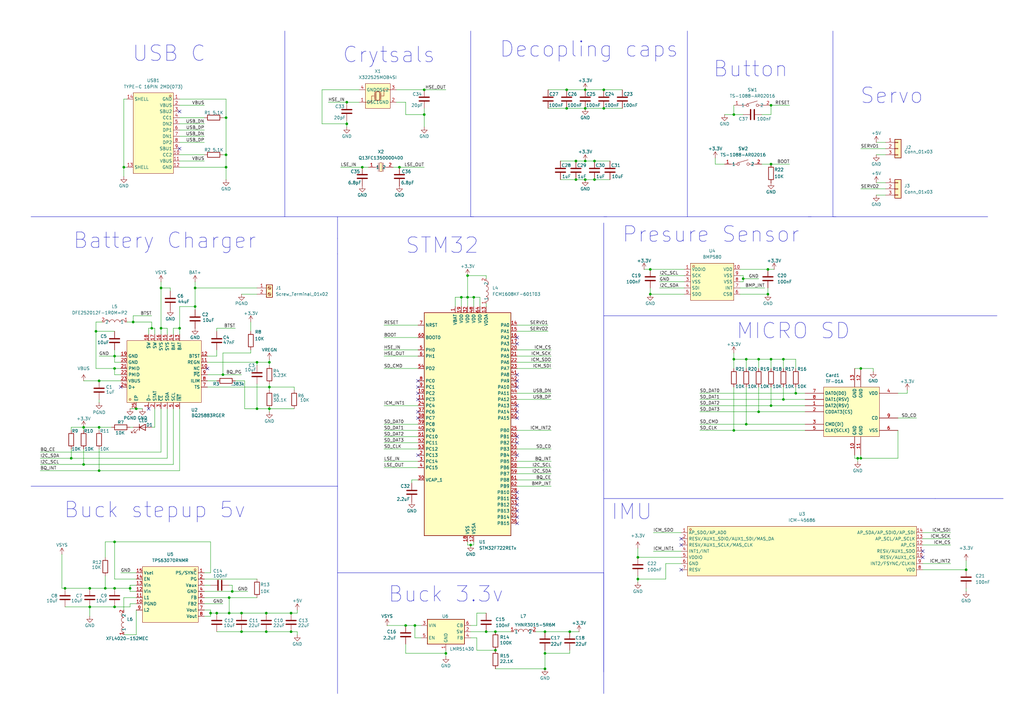
<source format=kicad_sch>
(kicad_sch (version 20250114) (generator "eeschema") (generator_version "9.0")
  (paper "A3")
  (lib_symbols
    (symbol "Connector:Screw_Terminal_01x02" (pin_names (offset 1.016) (hide yes))
      (property "Reference" "J" (at 0 2.54 0))
      (property "Value" "Screw_Terminal_01x02" (at 0 -5.08 0))
      (symbol "Screw_Terminal_01x02_1_1"
        (pin passive line (at -5.08 0 0) (length 3.81) (name "Pin_1") (number "1"))
        (pin passive line (at -5.08 -2.54 0) (length 3.81) (name "Pin_2") (number "2"))
      )
    )
    (symbol "Connector_Generic:Conn_01x03" (pin_names (offset 1.016) (hide yes))
      (property "Reference" "J" (at 0 5.08 0))
      (property "Value" "Conn_01x03" (at 0 -5.08 0))
      (symbol "Conn_01x03_1_1"
        (pin passive line (at -5.08 2.54 0) (length 3.81) (name "Pin_1") (number "1"))
        (pin passive line (at -5.08 0 0) (length 3.81) (name "Pin_2") (number "2"))
        (pin passive line (at -5.08 -2.54 0) (length 3.81) (name "Pin_3") (number "3"))
      )
    )
    (symbol "Device:C" (pin_numbers (hide yes)) (pin_names (offset 0.254))
      (property "Reference" "C" (at 0.635 2.54 0))
      (property "Value" "C" (at 0.635 -2.54 0))
      (symbol "C_1_1"
        (pin passive line (at 0 3.81 270) (length 2.794) (name "~") (number "1"))
        (pin passive line (at 0 -3.81 90) (length 2.794) (name "~") (number "2"))
      )
    )
    (symbol "Device:LED" (pin_numbers (hide yes)) (pin_names (offset 1.016) (hide yes))
      (property "Reference" "D" (at 0 2.54 0))
      (property "Value" "LED" (at 0 -2.54 0))
      (symbol "LED_1_1"
        (pin passive line (at -3.81 0 0) (length 2.54) (name "K") (number "1"))
        (pin passive line (at 3.81 0 180) (length 2.54) (name "A") (number "2"))
      )
    )
    (symbol "Device:R" (pin_numbers (hide yes)) (pin_names (offset 0))
      (property "Reference" "R" (at 2.032 0 90))
      (property "Value" "R" (at 0 0 90))
      (symbol "R_1_1"
        (pin passive line (at 0 3.81 270) (length 1.27) (name "~") (number "1"))
        (pin passive line (at 0 -3.81 90) (length 1.27) (name "~") (number "2"))
      )
    )
    (symbol "MCU_ST_STM32F7:STM32F722RETx"
      (property "Reference" "U" (at -17.78 46.99 0))
      (property "Value" "STM32F722RETx" (at 10.16 46.99 0))
      (symbol "STM32F722RETx_1_1"
        (pin input line (at -20.32 40.64 0) (length 2.54) (name "NRST") (number "7"))
        (pin input line (at -20.32 35.56 0) (length 2.54) (name "BOOT0") (number "60"))
        (pin bidirectional line (at -20.32 30.48 0) (length 2.54) (name "PH0") (number "5"))
        (pin bidirectional line (at -20.32 27.94 0) (length 2.54) (name "PH1") (number "6"))
        (pin bidirectional line (at -20.32 22.86 0) (length 2.54) (name "PD2") (number "54"))
        (pin bidirectional line (at -20.32 17.78 0) (length 2.54) (name "PC0") (number "8"))
        (pin bidirectional line (at -20.32 15.24 0) (length 2.54) (name "PC1") (number "9"))
        (pin bidirectional line (at -20.32 12.7 0) (length 2.54) (name "PC2") (number "10"))
        (pin bidirectional line (at -20.32 10.16 0) (length 2.54) (name "PC3") (number "11"))
        (pin bidirectional line (at -20.32 7.62 0) (length 2.54) (name "PC4") (number "24"))
        (pin bidirectional line (at -20.32 5.08 0) (length 2.54) (name "PC6") (number "37"))
        (pin bidirectional line (at -20.32 2.54 0) (length 2.54) (name "PC7") (number "38"))
        (pin bidirectional line (at -20.32 0 0) (length 2.54) (name "PC8") (number "39"))
        (pin bidirectional line (at -20.32 -2.54 0) (length 2.54) (name "PC9") (number "40"))
        (pin bidirectional line (at -20.32 -5.08 0) (length 2.54) (name "PC10") (number "51"))
        (pin bidirectional line (at -20.32 -7.62 0) (length 2.54) (name "PC11") (number "52"))
        (pin bidirectional line (at -20.32 -10.16 0) (length 2.54) (name "PC12") (number "53"))
        (pin bidirectional line (at -20.32 -12.7 0) (length 2.54) (name "PC13") (number "2"))
        (pin bidirectional line (at -20.32 -15.24 0) (length 2.54) (name "PC14") (number "3"))
        (pin bidirectional line (at -20.32 -17.78 0) (length 2.54) (name "PC15") (number "4"))
        (pin power_out line (at -20.32 -22.86 0) (length 2.54) (name "VCAP_1") (number "30"))
        (pin power_in line (at -5.08 48.26 270) (length 2.54) (name "VBAT") (number "1"))
        (pin power_in line (at -2.54 48.26 270) (length 2.54) (name "VDD") (number "19"))
        (pin power_in line (at 0 48.26 270) (length 2.54) (name "VDD") (number "32"))
        (pin power_in line (at 0 -48.26 90) (length 2.54) (name "VSS") (number "18"))
        (pin passive line (at 0 -48.26 90) (length 2.54) (hide yes) (name "VSS") (number "31"))
        (pin passive line (at 0 -48.26 90) (length 2.54) (hide yes) (name "VSS") (number "47"))
        (pin passive line (at 0 -48.26 90) (length 2.54) (hide yes) (name "VSS") (number "63"))
        (pin power_in line (at 2.54 48.26 270) (length 2.54) (name "VDD") (number "48"))
        (pin power_in line (at 2.54 -48.26 90) (length 2.54) (name "VSSA") (number "12"))
        (pin power_in line (at 5.08 48.26 270) (length 2.54) (name "VDD") (number "64"))
        (pin power_in line (at 7.62 48.26 270) (length 2.54) (name "VDDA") (number "13"))
        (pin bidirectional line (at 20.32 40.64 180) (length 2.54) (name "PA0") (number "14"))
        (pin bidirectional line (at 20.32 38.1 180) (length 2.54) (name "PA1") (number "15"))
        (pin bidirectional line (at 20.32 35.56 180) (length 2.54) (name "PA2") (number "16"))
        (pin bidirectional line (at 20.32 33.02 180) (length 2.54) (name "PA3") (number "17"))
        (pin bidirectional line (at 20.32 30.48 180) (length 2.54) (name "PA4") (number "20"))
        (pin bidirectional line (at 20.32 27.94 180) (length 2.54) (name "PA5") (number "21"))
        (pin bidirectional line (at 20.32 25.4 180) (length 2.54) (name "PA6") (number "22"))
        (pin bidirectional line (at 20.32 22.86 180) (length 2.54) (name "PA7") (number "23"))
        (pin bidirectional line (at 20.32 20.32 180) (length 2.54) (name "PA8") (number "41"))
        (pin bidirectional line (at 20.32 17.78 180) (length 2.54) (name "PA9") (number "42"))
        (pin bidirectional line (at 20.32 15.24 180) (length 2.54) (name "PA10") (number "43"))
        (pin bidirectional line (at 20.32 12.7 180) (length 2.54) (name "PA11") (number "44"))
        (pin bidirectional line (at 20.32 10.16 180) (length 2.54) (name "PA12") (number "45"))
        (pin bidirectional line (at 20.32 7.62 180) (length 2.54) (name "PA13") (number "46"))
        (pin bidirectional line (at 20.32 5.08 180) (length 2.54) (name "PA14") (number "49"))
        (pin bidirectional line (at 20.32 2.54 180) (length 2.54) (name "PA15") (number "50"))
        (pin bidirectional line (at 20.32 -2.54 180) (length 2.54) (name "PB0") (number "25"))
        (pin bidirectional line (at 20.32 -5.08 180) (length 2.54) (name "PB1") (number "26"))
        (pin bidirectional line (at 20.32 -7.62 180) (length 2.54) (name "PB2") (number "27"))
        (pin bidirectional line (at 20.32 -10.16 180) (length 2.54) (name "PB3") (number "55"))
        (pin bidirectional line (at 20.32 -12.7 180) (length 2.54) (name "PB4") (number "56"))
        (pin bidirectional line (at 20.32 -15.24 180) (length 2.54) (name "PB5") (number "57"))
        (pin bidirectional line (at 20.32 -17.78 180) (length 2.54) (name "PB6") (number "58"))
        (pin bidirectional line (at 20.32 -20.32 180) (length 2.54) (name "PB7") (number "59"))
        (pin bidirectional line (at 20.32 -22.86 180) (length 2.54) (name "PB8") (number "61"))
        (pin bidirectional line (at 20.32 -25.4 180) (length 2.54) (name "PB9") (number "62"))
        (pin bidirectional line (at 20.32 -27.94 180) (length 2.54) (name "PB10") (number "28"))
        (pin bidirectional line (at 20.32 -30.48 180) (length 2.54) (name "PB11") (number "29"))
        (pin bidirectional line (at 20.32 -33.02 180) (length 2.54) (name "PB12") (number "33"))
        (pin bidirectional line (at 20.32 -35.56 180) (length 2.54) (name "PB13") (number "34"))
        (pin bidirectional line (at 20.32 -38.1 180) (length 2.54) (name "PB14") (number "35"))
        (pin bidirectional line (at 20.32 -40.64 180) (length 2.54) (name "PB15") (number "36"))
      )
    )
    (symbol "Regulator_Switching:LMR51430"
      (property "Reference" "U" (at -7.62 6.35 0))
      (property "Value" "LMR51430" (at 0 6.35 0))
      (symbol "LMR51430_1_1"
        (pin power_in line (at -10.16 2.54 0) (length 2.54) (name "VIN") (number "3"))
        (pin input line (at -10.16 -2.54 0) (length 2.54) (name "EN") (number "5"))
        (pin power_in line (at 0 -7.62 90) (length 2.54) (name "GND") (number "1"))
        (pin passive line (at 10.16 2.54 180) (length 2.54) (name "CB") (number "6"))
        (pin power_out line (at 10.16 0 180) (length 2.54) (name "SW") (number "2"))
        (pin input line (at 10.16 -2.54 180) (length 2.54) (name "FB") (number "4"))
      )
    )
    (symbol "lcsc:BMP580"
      (property "Reference" "U" (at 0 10.16 0))
      (property "Value" "BMP580" (at 0 -10.16 0))
      (symbol "BMP580_0_1"
        (pin unspecified line (at -11.43 5.08 0) (length 2.54) (name "VDDIO") (number "1"))
        (pin unspecified line (at -11.43 2.54 0) (length 2.54) (name "SCK") (number "2"))
        (pin unspecified line (at -11.43 0 0) (length 2.54) (name "VSS") (number "3"))
        (pin unspecified line (at -11.43 -2.54 0) (length 2.54) (name "SDI") (number "4"))
        (pin unspecified line (at -11.43 -5.08 0) (length 2.54) (name "SDO") (number "5"))
        (pin unspecified line (at 11.43 5.08 180) (length 2.54) (name "VDD") (number "10"))
        (pin unspecified line (at 11.43 2.54 180) (length 2.54) (name "VSS") (number "9"))
        (pin unspecified line (at 11.43 0 180) (length 2.54) (name "VSS") (number "8"))
        (pin unspecified line (at 11.43 -2.54 180) (length 2.54) (name "INT") (number "7"))
        (pin unspecified line (at 11.43 -5.08 180) (length 2.54) (name "CSB") (number "6"))
      )
    )
    (symbol "lcsc:BQ25883RGER"
      (property "Reference" "U" (at 0 22.86 0))
      (property "Value" "BQ25883RGER" (at 0 -22.86 0))
      (symbol "BQ25883RGER_0_1"
        (pin unspecified line (at -15.24 11.43 0) (length 2.54) (name "EP") (number "25"))
        (pin unspecified line (at -15.24 6.35 0) (length 2.54) (name "D-") (number "1"))
        (pin unspecified line (at -15.24 3.81 0) (length 2.54) (name "STAT") (number "2"))
        (pin unspecified line (at -15.24 1.27 0) (length 2.54) (name "~{CE}") (number "3"))
        (pin unspecified line (at -15.24 -1.27 0) (length 2.54) (name "SDA") (number "4"))
        (pin unspecified line (at -15.24 -3.81 0) (length 2.54) (name "SCL") (number "5"))
        (pin unspecified line (at -15.24 -6.35 0) (length 2.54) (name "~{INT}") (number "6"))
        (pin unspecified line (at -6.35 17.78 270) (length 2.54) (name "D+") (number "24"))
        (pin unspecified line (at -6.35 -17.78 90) (length 2.54) (name "TS") (number "7"))
        (pin unspecified line (at -3.81 17.78 270) (length 2.54) (name "VBUS") (number "23"))
        (pin unspecified line (at -3.81 -17.78 90) (length 2.54) (name "ILIM") (number "8"))
        (pin unspecified line (at -1.27 17.78 270) (length 2.54) (name "PMID") (number "22"))
        (pin unspecified line (at -1.27 -17.78 90) (length 2.54) (name "~{PG}") (number "9"))
        (pin unspecified line (at 1.27 17.78 270) (length 2.54) (name "PMID") (number "21"))
        (pin unspecified line (at 1.27 -17.78 90) (length 2.54) (name "NC") (number "10"))
        (pin unspecified line (at 3.81 17.78 270) (length 2.54) (name "GND") (number "20"))
        (pin unspecified line (at 3.81 -17.78 90) (length 2.54) (name "REGN") (number "11"))
        (pin unspecified line (at 6.35 17.78 270) (length 2.54) (name "GND") (number "19"))
        (pin unspecified line (at 6.35 -17.78 90) (length 2.54) (name "BTST") (number "12"))
        (pin unspecified line (at 15.24 6.35 180) (length 2.54) (name "SW") (number "18"))
        (pin unspecified line (at 15.24 3.81 180) (length 2.54) (name "SW") (number "17"))
        (pin unspecified line (at 15.24 1.27 180) (length 2.54) (name "SYS") (number "16"))
        (pin unspecified line (at 15.24 -1.27 180) (length 2.54) (name "SYS") (number "15"))
        (pin unspecified line (at 15.24 -3.81 180) (length 2.54) (name "BAT") (number "14"))
        (pin unspecified line (at 15.24 -6.35 180) (length 2.54) (name "BAT") (number "13"))
      )
    )
    (symbol "lcsc:DFE252012F-1R0M=P2"
      (property "Reference" "L" (at 0 5.08 0))
      (property "Value" "DFE252012F-1R0M=P2" (at 0 -5.08 0))
      (symbol "DFE252012F-1R0M=P2_0_1"
        (pin unspecified line (at -5.08 0 0) (length 0.762) (name "1") (number "1"))
        (pin unspecified line (at 5.08 0 180) (length 0.762) (name "2") (number "2"))
      )
    )
    (symbol "lcsc:FCM1608KF-601T03"
      (property "Reference" "L" (at 0 5.08 0))
      (property "Value" "FCM1608KF-601T03" (at 0 -5.08 0))
      (symbol "FCM1608KF-601T03_0_1"
        (pin unspecified line (at -5.08 0 0) (length 0.762) (name "1") (number "1"))
        (pin unspecified line (at 5.08 0 180) (length 0.762) (name "2") (number "2"))
      )
    )
    (symbol "lcsc:ICM-45686"
      (property "Reference" "U" (at 0 12.7 0))
      (property "Value" "ICM-45686" (at 0 -12.7 0))
      (symbol "ICM-45686_0_1"
        (pin unspecified line (at -49.53 7.62 0) (length 2.54) (name "AP_SDO/AP_AD0") (number "1"))
        (pin unspecified line (at -49.53 5.08 0) (length 2.54) (name "RESV/AUX1_SDIO/AUX1_SDI/MAS_DA") (number "2"))
        (pin unspecified line (at -49.53 2.54 0) (length 2.54) (name "RESV/AUX1_SCLK/MAS_CLK") (number "3"))
        (pin unspecified line (at -49.53 0 0) (length 2.54) (name "INT1/INT") (number "4"))
        (pin unspecified line (at -49.53 -2.54 0) (length 2.54) (name "VDDIO") (number "5"))
        (pin unspecified line (at -49.53 -5.08 0) (length 2.54) (name "GND") (number "6"))
        (pin unspecified line (at -49.53 -7.62 0) (length 2.54) (name "RESV") (number "7"))
        (pin unspecified line (at 49.53 7.62 180) (length 2.54) (name "AP_SDA/AP_SDIO/AP_SDI") (number "14"))
        (pin unspecified line (at 49.53 5.08 180) (length 2.54) (name "AP_SCL/AP_SCLK") (number "13"))
        (pin unspecified line (at 49.53 2.54 180) (length 2.54) (name "AP_CS") (number "12"))
        (pin unspecified line (at 49.53 0 180) (length 2.54) (name "RESV/AUX1_SDO") (number "11"))
        (pin unspecified line (at 49.53 -2.54 180) (length 2.54) (name "RESV/AUX1_CS") (number "10"))
        (pin unspecified line (at 49.53 -5.08 180) (length 2.54) (name "INT2/FSYNC/CLKIN") (number "9"))
        (pin unspecified line (at 49.53 -7.62 180) (length 2.54) (name "VDD") (number "8"))
      )
    )
    (symbol "lcsc:Q13FC1350000400"
      (property "Reference" "X" (at 0 5.08 0))
      (property "Value" "Q13FC1350000400" (at 0 -5.08 0))
      (symbol "Q13FC1350000400_0_1"
        (pin unspecified line (at -5.08 0 0) (length 2.54) (name "1") (number "1"))
        (pin unspecified line (at 5.08 0 180) (length 2.54) (name "2") (number "2"))
      )
    )
    (symbol "lcsc:TF-01A"
      (property "Reference" "Card" (at 0 22.86 0))
      (property "Value" "TF-01A" (at 0 -22.86 0))
      (symbol "TF-01A_0_1"
        (pin bidirectional line (at -19.05 7.62 0) (length 7.62) (name "DAT0(D0)") (number "7"))
        (pin bidirectional line (at -19.05 5.08 0) (length 7.62) (name "DAT1(RSV)") (number "8"))
        (pin bidirectional line (at -19.05 2.54 0) (length 7.62) (name "DAT2(RSV)") (number "1"))
        (pin bidirectional line (at -19.05 0 0) (length 7.62) (name "CDDAT3(CS)") (number "2"))
        (pin input line (at -19.05 -5.08 0) (length 7.62) (name "CMD(DI)") (number "3"))
        (pin input line (at -19.05 -7.62 0) (length 7.62) (name "CLK(SCLK)") (number "5"))
        (pin input line (at 1.27 17.78 270) (length 7.62) (name "GND") (number "13"))
        (pin input line (at 1.27 -17.78 90) (length 7.62) (name "GND") (number "10"))
        (pin input line (at 3.81 17.78 270) (length 7.62) (name "GND") (number "12"))
        (pin input line (at 3.81 -17.78 90) (length 7.62) (name "GND") (number "11"))
        (pin input line (at 19.05 7.62 180) (length 7.62) (name "VDD") (number "4"))
        (pin input line (at 19.05 -2.54 180) (length 7.62) (name "CD") (number "9"))
        (pin input line (at 19.05 -7.62 180) (length 7.62) (name "VSS") (number "6"))
      )
    )
    (symbol "lcsc:TPS63070RNMR"
      (property "Reference" "U" (at 0 13.97 0))
      (property "Value" "TPS63070RNMR" (at 0 -13.97 0))
      (symbol "TPS63070RNMR_0_1"
        (pin unspecified line (at -13.97 8.89 0) (length 2.54) (name "PS/SYNC") (number "1"))
        (pin unspecified line (at -13.97 6.35 0) (length 2.54) (name "PG") (number "2"))
        (pin unspecified line (at -13.97 3.81 0) (length 2.54) (name "Vaux") (number "3"))
        (pin unspecified line (at -13.97 1.27 0) (length 2.54) (name "GND") (number "4"))
        (pin unspecified line (at -13.97 -1.27 0) (length 2.54) (name "FB") (number "5"))
        (pin unspecified line (at -13.97 -3.81 0) (length 2.54) (name "FB2") (number "6"))
        (pin unspecified line (at -13.97 -6.35 0) (length 2.54) (name "Vout") (number "7"))
        (pin unspecified line (at -13.97 -8.89 0) (length 2.54) (name "Vout") (number "8"))
        (pin unspecified line (at 13.97 8.89 180) (length 2.54) (name "Vsel") (number "15"))
        (pin unspecified line (at 13.97 6.35 180) (length 2.54) (name "EN") (number "14"))
        (pin unspecified line (at 13.97 3.81 180) (length 2.54) (name "Vin") (number "13"))
        (pin unspecified line (at 13.97 1.27 180) (length 2.54) (name "Vin") (number "12"))
        (pin unspecified line (at 13.97 -1.27 180) (length 2.54) (name "L1") (number "11"))
        (pin unspecified line (at 13.97 -3.81 180) (length 2.54) (name "PGND") (number "10"))
        (pin unspecified line (at 13.97 -6.35 180) (length 2.54) (name "L2") (number "9"))
      )
    )
    (symbol "lcsc:TS-1088-AR02016"
      (property "Reference" "SW" (at 0 5.08 0))
      (property "Value" "TS-1088-AR02016" (at 0 -5.08 0))
      (symbol "TS-1088-AR02016_0_1"
        (pin unspecified line (at -7.62 0 0) (length 2.54) (name "1") (number "1"))
        (pin unspecified line (at 7.62 0 180) (length 2.54) (name "2") (number "2"))
      )
    )
    (symbol "lcsc:TYPE-C16PIN2MD(073)"
      (property "Reference" "USB" (at 0 19.05 0))
      (property "Value" "TYPE-C 16PIN 2MD(073)" (at 0 -19.05 0))
      (symbol "TYPE-C16PIN2MD(073)_0_1"
        (pin unspecified line (at -11.43 13.97 0) (length 2.54) (name "GND") (number "1"))
        (pin unspecified line (at -11.43 11.43 0) (length 2.54) (name "VBUS") (number "2"))
        (pin unspecified line (at -11.43 8.89 0) (length 2.54) (name "SBU2") (number "3"))
        (pin unspecified line (at -11.43 6.35 0) (length 2.54) (name "CC1") (number "4"))
        (pin unspecified line (at -11.43 3.81 0) (length 2.54) (name "DN2") (number "5"))
        (pin unspecified line (at -11.43 1.27 0) (length 2.54) (name "DP1") (number "6"))
        (pin unspecified line (at -11.43 -1.27 0) (length 2.54) (name "DN1") (number "7"))
        (pin unspecified line (at -11.43 -3.81 0) (length 2.54) (name "DP2") (number "8"))
        (pin unspecified line (at -11.43 -6.35 0) (length 2.54) (name "SBU1") (number "9"))
        (pin unspecified line (at -11.43 -8.89 0) (length 2.54) (name "CC2") (number "10"))
        (pin unspecified line (at -11.43 -11.43 0) (length 2.54) (name "VBUS") (number "11"))
        (pin unspecified line (at -11.43 -13.97 0) (length 2.54) (name "GND") (number "12"))
        (pin unspecified line (at 10.16 13.97 180) (length 2.54) (name "SHELL") (number "14"))
        (pin unspecified line (at 10.16 -13.97 180) (length 2.54) (name "SHELL") (number "13"))
      )
    )
    (symbol "lcsc:X322525MOB4SI"
      (property "Reference" "X" (at 0 7.62 0))
      (property "Value" "X322525MOB4SI" (at 0 -7.62 0))
      (symbol "X322525MOB4SI_0_1"
        (pin unspecified line (at -7.62 2.54 0) (length 2.54) (name "GND") (number "4"))
        (pin unspecified line (at -7.62 -2.54 0) (length 2.54) (name "OSC1") (number "1"))
        (pin unspecified line (at 7.62 2.54 180) (length 2.54) (name "OSC2") (number "3"))
        (pin unspecified line (at 7.62 -2.54 180) (length 2.54) (name "GND") (number "2"))
      )
    )
    (symbol "lcsc:XFL4020-152MEC"
      (property "Reference" "L" (at 0 5.08 0))
      (property "Value" "XFL4020-152MEC" (at 0 -5.08 0))
      (symbol "XFL4020-152MEC_0_1"
        (pin unspecified line (at -5.08 0 0) (length 1.016) (name "1") (number "1"))
        (pin unspecified line (at 5.08 0 180) (length 1.016) (name "2") (number "2"))
      )
    )
    (symbol "lcsc:YHNR3015-5R6M"
      (property "Reference" "L" (at 0 5.08 0))
      (property "Value" "YHNR3015-5R6M" (at 0 -5.08 0))
      (symbol "YHNR3015-5R6M_0_1"
        (pin unspecified line (at -5.08 0 0) (length 1.016) (name "1") (number "1"))
        (pin unspecified line (at 5.08 0 180) (length 1.016) (name "2") (number "2"))
      )
    )
    (symbol "power:+3.3V" (power) (pin_numbers (hide yes)) (pin_names (offset 0) (hide yes))
      (property "Value" "+3.3V" (at 0 3.556 0))
      (symbol "+3.3V_1_1"
        (pin power_in line (at 0 0 90) (length 0) (name "~") (number "1"))
      )
    )
    (symbol "power:+5V" (power) (pin_numbers (hide yes)) (pin_names (offset 0) (hide yes))
      (property "Value" "+5V" (at 0 3.556 0))
      (symbol "+5V_1_1"
        (pin power_in line (at 0 0 90) (length 0) (name "~") (number "1"))
      )
    )
    (symbol "power:GND" (power) (pin_numbers (hide yes)) (pin_names (offset 0) (hide yes))
      (property "Value" "GND" (at 0 -3.81 0))
      (symbol "GND_1_1"
        (pin power_in line (at 0 0 270) (length 0) (name "~") (number "1"))
      )
    )
    (symbol "power:GNDA" (power) (pin_numbers (hide yes)) (pin_names (offset 0) (hide yes))
      (property "Value" "GNDA" (at 0 -3.81 0))
      (symbol "GNDA_1_1"
        (pin power_in line (at 0 0 270) (length 0) (name "~") (number "1"))
      )
    )
    (symbol "power:VBUS" (power) (pin_numbers (hide yes)) (pin_names (offset 0) (hide yes))
      (property "Value" "VBUS" (at 0 3.556 0))
      (symbol "VBUS_1_1"
        (pin power_in line (at 0 0 90) (length 0) (name "~") (number "1"))
      )
    )
  )
  (text "STM32\n" (at 181.356 100.838 0) (effects (font (size 6.35 6.35))))
  (text "Button\n" (at 307.848 28.448 0) (effects (font (size 6.35 6.35))))
  (text "Buck stepup 5v\n" (at 63.5 209.296 0) (effects (font (size 6.35 6.35))))
  (text "Crytsals" (at 159.512 22.606 0) (effects (font (size 6.35 6.35))))
  (text "Presure Sensor" (at 291.592 96.266 0) (effects (font (size 6.35 6.35))))
  (text "USB C" (at 69.342 22.098 0) (effects (font (size 6.35 6.35))))
  (text "MICRO SD" (at 325.374 135.89 0) (effects (font (size 6.35 6.35))))
  (text "IMU" (at 259.08 210.058 0) (effects (font (size 6.35 6.35))))
  (text "Battery Charger" (at 67.564 98.806 0) (effects (font (size 6.35 6.35))))
  (text "Buck 3.3v" (at 182.88 243.84 0) (effects (font (size 6.35 6.35))))
  (text "Servo\n" (at 365.76 39.37 0) (effects (font (size 6.35 6.35))))
  (text "Decopling caps" (at 241.554 20.32 0) (effects (font (size 6.35 6.35))))
  (junction (at 110.49 158.75))
  (junction (at 316.23 166.37))
  (junction (at 191.77 121.92))
  (junction (at 311.15 147.32))
  (junction (at 247.65 36.83))
  (junction (at 105.41 148.59))
  (junction (at 53.34 241.3))
  (junction (at 261.62 237.49))
  (junction (at 34.29 175.26))
  (junction (at 142.24 41.91))
  (junction (at 236.22 73.66))
  (junction (at 247.65 44.45))
  (junction (at 29.21 187.96))
  (junction (at 316.23 67.31))
  (junction (at 314.96 110.49))
  (junction (at 396.24 233.68))
  (junction (at 316.23 43.18))
  (junction (at 306.07 147.32))
  (junction (at 46.99 222.25))
  (junction (at 353.06 151.13))
  (junction (at 223.52 274.32))
  (junction (at 203.2 266.7))
  (junction (at 193.04 223.52))
  (junction (at 170.18 256.54))
  (junction (at 353.06 187.96))
  (junction (at 240.03 66.04))
  (junction (at 243.84 73.66))
  (junction (at 148.59 68.58))
  (junction (at 300.99 46.99))
  (junction (at 223.52 267.97))
  (junction (at 54.61 132.08))
  (junction (at 36.83 241.3))
  (junction (at 233.68 259.08))
  (junction (at 314.96 120.65))
  (junction (at 105.41 167.64))
  (junction (at 50.8 68.58))
  (junction (at 109.22 251.46))
  (junction (at 119.38 259.08))
  (junction (at 109.22 259.08))
  (junction (at 163.83 68.58))
  (junction (at 34.29 190.5))
  (junction (at 40.64 193.04))
  (junction (at 92.71 48.26))
  (junction (at 311.15 168.91))
  (junction (at 40.64 175.26))
  (junction (at 62.23 134.62))
  (junction (at 232.41 36.83))
  (junction (at 306.07 173.99))
  (junction (at 40.64 156.21))
  (junction (at 300.99 147.32))
  (junction (at 240.03 36.83))
  (junction (at 173.99 46.99))
  (junction (at 86.36 251.46))
  (junction (at 110.49 167.64))
  (junction (at 300.99 176.53))
  (junction (at 321.31 147.32))
  (junction (at 36.83 248.92))
  (junction (at 119.38 251.46))
  (junction (at 240.03 73.66))
  (junction (at 243.84 66.04))
  (junction (at 199.39 259.08))
  (junction (at 166.37 256.54))
  (junction (at 321.31 163.83))
  (junction (at 93.98 245.11))
  (junction (at 232.41 44.45))
  (junction (at 88.9 251.46))
  (junction (at 99.06 251.46))
  (junction (at 95.25 242.57))
  (junction (at 46.99 146.05))
  (junction (at 142.24 50.8))
  (junction (at 261.62 228.6))
  (junction (at 189.23 121.92))
  (junction (at 66.04 134.62))
  (junction (at 55.88 167.64))
  (junction (at 80.01 125.73))
  (junction (at 73.66 134.62))
  (junction (at 43.18 241.3))
  (junction (at 93.98 251.46))
  (junction (at 304.8 114.3))
  (junction (at 316.23 147.32))
  (junction (at 191.77 113.03))
  (junction (at 194.31 121.92))
  (junction (at 91.44 153.67))
  (junction (at 80.01 118.11))
  (junction (at 39.37 135.89))
  (junction (at 92.71 63.5))
  (junction (at 92.71 68.58))
  (junction (at 182.88 267.97))
  (junction (at 110.49 148.59))
  (junction (at 351.79 187.96))
  (junction (at 66.04 118.11))
  (junction (at 266.7 110.49))
  (junction (at 203.2 259.08))
  (junction (at 240.03 44.45))
  (junction (at 46.99 248.92))
  (junction (at 236.22 66.04))
  (junction (at 46.99 241.3))
  (junction (at 326.39 161.29))
  (junction (at 26.67 241.3))
  (junction (at 173.99 36.83))
  (junction (at 46.99 151.13))
  (junction (at 223.52 259.08))
  (junction (at 266.7 120.65))
  (junction (at 99.06 259.08))
  (no_connect (at 212.09 166.37))
  (no_connect (at 212.09 204.47))
  (no_connect (at 212.09 207.01))
  (no_connect (at 212.09 201.93))
  (no_connect (at 212.09 214.63))
  (no_connect (at 171.45 163.83))
  (no_connect (at 212.09 181.61))
  (no_connect (at 212.09 153.67))
  (no_connect (at 73.66 45.72))
  (no_connect (at 171.45 158.75))
  (no_connect (at 212.09 158.75))
  (no_connect (at 171.45 168.91))
  (no_connect (at 171.45 186.69))
  (no_connect (at 85.09 151.13))
  (no_connect (at 212.09 209.55))
  (no_connect (at 212.09 186.69))
  (no_connect (at 378.46 228.6))
  (no_connect (at 279.4 223.52))
  (no_connect (at 279.4 233.68))
  (no_connect (at 212.09 212.09))
  (no_connect (at 49.53 158.75))
  (no_connect (at 212.09 168.91))
  (no_connect (at 171.45 161.29))
  (no_connect (at 171.45 156.21))
  (no_connect (at 378.46 226.06))
  (no_connect (at 60.96 167.64))
  (no_connect (at 171.45 171.45))
  (no_connect (at 279.4 220.98))
  (no_connect (at 212.09 171.45))
  (no_connect (at 73.66 60.96))
  (no_connect (at 212.09 179.07))
  (no_connect (at 212.09 138.43))
  (no_connect (at 212.09 156.21))
  (no_connect (at 212.09 140.97))
  (wire (pts (xy 46.99 151.13) (xy 49.53 151.13)))
  (wire (pts (xy 311.15 147.32) (xy 316.23 147.32)))
  (wire (pts (xy 110.49 157.48) (xy 110.49 158.75)))
  (wire (pts (xy 40.64 165.1) (xy 40.64 163.83)))
  (wire (pts (xy 226.06 196.85) (xy 212.09 196.85)))
  (wire (pts (xy 304.8 113.03) (xy 303.53 113.03)))
  (wire (pts (xy 306.07 158.75) (xy 306.07 173.99)))
  (wire (pts (xy 105.41 148.59) (xy 110.49 148.59)))
  (wire (pts (xy 273.05 231.14) (xy 273.05 237.49)))
  (wire (pts (xy 55.88 260.35) (xy 50.8 260.35)))
  (wire (pts (xy 26.67 241.3) (xy 36.83 241.3)))
  (wire (pts (xy 195.58 256.54) (xy 193.04 256.54)))
  (wire (pts (xy 287.02 168.91) (xy 311.15 168.91)))
  (wire (pts (xy 157.48 151.13) (xy 171.45 151.13)))
  (wire (pts (xy 157.48 179.07) (xy 171.45 179.07)))
  (wire (pts (xy 63.5 167.64) (xy 63.5 175.26)))
  (wire (pts (xy 267.97 226.06) (xy 279.4 226.06)))
  (wire (pts (xy 73.66 193.04) (xy 73.66 167.64)))
  (wire (pts (xy 358.14 152.4) (xy 358.14 151.13)))
  (polyline (pts (xy 247.65 193.04) (xy 247.65 275.59)))
  (wire (pts (xy 52.07 40.64) (xy 50.8 40.64)))
  (wire (pts (xy 191.77 121.92) (xy 194.31 121.92)))
  (wire (pts (xy 163.83 68.58) (xy 161.29 68.58)))
  (wire (pts (xy 226.06 148.59) (xy 212.09 148.59)))
  (wire (pts (xy 110.49 160.02) (xy 110.49 158.75)))
  (polyline (pts (xy 383.54 204.47) (xy 411.48 204.47)))
  (wire (pts (xy 46.99 248.92) (xy 53.34 248.92)))
  (wire (pts (xy 321.31 147.32) (xy 321.31 151.13)))
  (wire (pts (xy 39.37 132.08) (xy 41.91 132.08)))
  (polyline (pts (xy 247.65 88.9) (xy 248.92 88.9)))
  (wire (pts (xy 226.06 161.29) (xy 212.09 161.29)))
  (wire (pts (xy 100.33 156.21) (xy 100.33 167.64)))
  (wire (pts (xy 49.53 153.67) (xy 46.99 153.67)))
  (wire (pts (xy 73.66 40.64) (xy 92.71 40.64)))
  (wire (pts (xy 36.83 241.3) (xy 43.18 241.3)))
  (wire (pts (xy 191.77 121.92) (xy 191.77 125.73)))
  (wire (pts (xy 240.03 36.83) (xy 232.41 36.83)))
  (wire (pts (xy 297.18 46.99) (xy 300.99 46.99)))
  (wire (pts (xy 172.72 261.62) (xy 170.18 261.62)))
  (wire (pts (xy 195.58 266.7) (xy 203.2 266.7)))
  (wire (pts (xy 53.34 240.03) (xy 55.88 240.03)))
  (wire (pts (xy 157.48 146.05) (xy 171.45 146.05)))
  (wire (pts (xy 134.62 41.91) (xy 142.24 41.91)))
  (wire (pts (xy 39.37 151.13) (xy 46.99 151.13)))
  (wire (pts (xy 43.18 241.3) (xy 46.99 241.3)))
  (wire (pts (xy 86.36 251.46) (xy 88.9 251.46)))
  (wire (pts (xy 93.98 245.11) (xy 93.98 251.46)))
  (wire (pts (xy 316.23 147.32) (xy 316.23 151.13)))
  (wire (pts (xy 132.08 50.8) (xy 142.24 50.8)))
  (wire (pts (xy 223.52 267.97) (xy 223.52 274.32)))
  (wire (pts (xy 121.92 259.08) (xy 119.38 259.08)))
  (wire (pts (xy 168.91 196.85) (xy 171.45 196.85)))
  (wire (pts (xy 34.29 190.5) (xy 71.12 190.5)))
  (wire (pts (xy 226.06 194.31) (xy 212.09 194.31)))
  (wire (pts (xy 199.39 259.08) (xy 203.2 259.08)))
  (wire (pts (xy 68.58 134.62) (xy 66.04 134.62)))
  (wire (pts (xy 46.99 146.05) (xy 49.53 146.05)))
  (wire (pts (xy 306.07 147.32) (xy 306.07 151.13)))
  (wire (pts (xy 91.44 153.67) (xy 85.09 153.67)))
  (wire (pts (xy 92.71 73.66) (xy 92.71 68.58)))
  (wire (pts (xy 166.37 264.16) (xy 166.37 267.97)))
  (wire (pts (xy 358.14 151.13) (xy 353.06 151.13)))
  (wire (pts (xy 40.64 175.26) (xy 40.64 176.53)))
  (polyline (pts (xy 281.94 12.7) (xy 281.94 88.9)))
  (wire (pts (xy 43.18 228.6) (xy 43.18 222.25)))
  (wire (pts (xy 226.06 199.39) (xy 212.09 199.39)))
  (wire (pts (xy 102.87 144.78) (xy 91.44 144.78)))
  (polyline (pts (xy 247.65 234.95) (xy 247.65 284.48)))
  (wire (pts (xy 120.65 158.75) (xy 120.65 160.02)))
  (wire (pts (xy 316.23 46.99) (xy 312.42 46.99)))
  (wire (pts (xy 232.41 36.83) (xy 224.79 36.83)))
  (wire (pts (xy 102.87 132.08) (xy 102.87 135.89)))
  (wire (pts (xy 226.06 146.05) (xy 212.09 146.05)))
  (wire (pts (xy 110.49 147.32) (xy 110.49 148.59)))
  (wire (pts (xy 88.9 134.62) (xy 88.9 135.89)))
  (wire (pts (xy 240.03 73.66) (xy 243.84 73.66)))
  (wire (pts (xy 49.53 148.59) (xy 46.99 148.59)))
  (wire (pts (xy 189.23 121.92) (xy 189.23 125.73)))
  (wire (pts (xy 69.85 118.11) (xy 69.85 119.38)))
  (wire (pts (xy 168.91 198.12) (xy 168.91 196.85)))
  (wire (pts (xy 240.03 66.04) (xy 243.84 66.04)))
  (wire (pts (xy 326.39 151.13) (xy 326.39 147.32)))
  (wire (pts (xy 36.83 248.92) (xy 46.99 248.92)))
  (wire (pts (xy 195.58 261.62) (xy 195.58 266.7)))
  (wire (pts (xy 182.88 36.83) (xy 173.99 36.83)))
  (wire (pts (xy 157.48 166.37) (xy 171.45 166.37)))
  (wire (pts (xy 29.21 175.26) (xy 34.29 175.26)))
  (wire (pts (xy 66.04 134.62) (xy 66.04 137.16)))
  (wire (pts (xy 83.82 50.8) (xy 73.66 50.8)))
  (wire (pts (xy 316.23 147.32) (xy 321.31 147.32)))
  (wire (pts (xy 261.62 238.76) (xy 261.62 237.49)))
  (wire (pts (xy 91.44 48.26) (xy 92.71 48.26)))
  (wire (pts (xy 255.27 36.83) (xy 247.65 36.83)))
  (wire (pts (xy 83.82 242.57) (xy 95.25 242.57)))
  (wire (pts (xy 121.92 250.19) (xy 121.92 251.46)))
  (wire (pts (xy 43.18 222.25) (xy 46.99 222.25)))
  (wire (pts (xy 304.8 114.3) (xy 304.8 113.03)))
  (wire (pts (xy 93.98 251.46) (xy 99.06 251.46)))
  (wire (pts (xy 96.52 156.21) (xy 100.33 156.21)))
  (wire (pts (xy 105.41 120.65) (xy 99.06 120.65)))
  (wire (pts (xy 34.29 156.21) (xy 40.64 156.21)))
  (wire (pts (xy 316.23 158.75) (xy 316.23 166.37)))
  (wire (pts (xy 68.58 187.96) (xy 68.58 167.64)))
  (wire (pts (xy 293.37 64.77) (xy 293.37 67.31)))
  (wire (pts (xy 92.71 48.26) (xy 92.71 63.5)))
  (wire (pts (xy 50.8 245.11) (xy 50.8 250.19)))
  (wire (pts (xy 46.99 143.51) (xy 46.99 146.05)))
  (wire (pts (xy 40.64 175.26) (xy 34.29 175.26)))
  (wire (pts (xy 142.24 41.91) (xy 147.32 41.91)))
  (wire (pts (xy 166.37 41.91) (xy 162.56 41.91)))
  (wire (pts (xy 46.99 241.3) (xy 53.34 241.3)))
  (wire (pts (xy 83.82 58.42) (xy 73.66 58.42)))
  (wire (pts (xy 273.05 237.49) (xy 261.62 237.49)))
  (wire (pts (xy 29.21 184.15) (xy 29.21 187.96)))
  (wire (pts (xy 287.02 163.83) (xy 321.31 163.83)))
  (wire (pts (xy 49.53 234.95) (xy 55.88 234.95)))
  (wire (pts (xy 199.39 113.03) (xy 199.39 114.3)))
  (wire (pts (xy 182.88 267.97) (xy 182.88 269.24)))
  (wire (pts (xy 300.99 147.32) (xy 300.99 151.13)))
  (wire (pts (xy 261.62 237.49) (xy 261.62 236.22)))
  (wire (pts (xy 68.58 137.16) (xy 68.58 134.62)))
  (wire (pts (xy 314.96 118.11) (xy 314.96 120.65)))
  (wire (pts (xy 39.37 132.08) (xy 39.37 135.89)))
  (wire (pts (xy 16.51 187.96) (xy 29.21 187.96)))
  (wire (pts (xy 195.58 251.46) (xy 195.58 256.54)))
  (wire (pts (xy 157.48 133.35) (xy 171.45 133.35)))
  (wire (pts (xy 353.06 187.96) (xy 351.79 187.96)))
  (wire (pts (xy 193.04 261.62) (xy 195.58 261.62)))
  (wire (pts (xy 73.66 63.5) (xy 83.82 63.5)))
  (wire (pts (xy 300.99 46.99) (xy 300.99 43.18)))
  (wire (pts (xy 396.24 229.87) (xy 396.24 233.68)))
  (wire (pts (xy 46.99 153.67) (xy 46.99 151.13)))
  (wire (pts (xy 316.23 166.37) (xy 330.2 166.37)))
  (wire (pts (xy 389.89 231.14) (xy 378.46 231.14)))
  (wire (pts (xy 109.22 259.08) (xy 119.38 259.08)))
  (wire (pts (xy 86.36 251.46) (xy 86.36 252.73)))
  (wire (pts (xy 66.04 185.42) (xy 66.04 167.64)))
  (wire (pts (xy 43.18 236.22) (xy 43.18 241.3)))
  (wire (pts (xy 353.06 77.47) (xy 363.22 77.47)))
  (wire (pts (xy 163.83 68.58) (xy 173.99 68.58)))
  (wire (pts (xy 142.24 50.8) (xy 142.24 49.53)))
  (wire (pts (xy 85.09 158.75) (xy 110.49 158.75)))
  (wire (pts (xy 304.8 46.99) (xy 300.99 46.99)))
  (wire (pts (xy 243.84 66.04) (xy 250.19 66.04)))
  (wire (pts (xy 247.65 44.45) (xy 255.27 44.45)))
  (wire (pts (xy 193.04 259.08) (xy 199.39 259.08)))
  (polyline (pts (xy 247.65 193.04) (xy 247.65 91.44)))
  (wire (pts (xy 287.02 173.99) (xy 306.07 173.99)))
  (wire (pts (xy 99.06 259.08) (xy 109.22 259.08)))
  (wire (pts (xy 40.64 175.26) (xy 45.72 175.26)))
  (wire (pts (xy 66.04 118.11) (xy 66.04 134.62)))
  (wire (pts (xy 40.64 184.15) (xy 40.64 193.04)))
  (wire (pts (xy 316.23 43.18) (xy 316.23 46.99)))
  (wire (pts (xy 46.99 222.25) (xy 86.36 222.25)))
  (wire (pts (xy 157.48 143.51) (xy 171.45 143.51)))
  (wire (pts (xy 293.37 67.31) (xy 297.18 67.31)))
  (wire (pts (xy 266.7 110.49) (xy 280.67 110.49)))
  (wire (pts (xy 54.61 175.26) (xy 53.34 175.26)))
  (wire (pts (xy 105.41 149.86) (xy 105.41 148.59)))
  (wire (pts (xy 170.18 256.54) (xy 172.72 256.54)))
  (wire (pts (xy 226.06 176.53) (xy 212.09 176.53)))
  (polyline (pts (xy 193.04 12.7) (xy 193.04 88.9)))
  (wire (pts (xy 73.66 48.26) (xy 83.82 48.26)))
  (wire (pts (xy 351.79 187.96) (xy 351.79 189.23)))
  (wire (pts (xy 303.53 115.57) (xy 304.8 115.57)))
  (wire (pts (xy 311.15 168.91) (xy 330.2 168.91)))
  (wire (pts (xy 69.85 118.11) (xy 66.04 118.11)))
  (wire (pts (xy 267.97 218.44) (xy 279.4 218.44)))
  (wire (pts (xy 40.64 146.05) (xy 46.99 146.05)))
  (wire (pts (xy 80.01 115.57) (xy 80.01 118.11)))
  (wire (pts (xy 60.96 137.16) (xy 60.96 134.62)))
  (wire (pts (xy 157.48 138.43) (xy 171.45 138.43)))
  (wire (pts (xy 389.89 220.98) (xy 378.46 220.98)))
  (wire (pts (xy 80.01 127) (xy 80.01 125.73)))
  (wire (pts (xy 359.41 80.01) (xy 363.22 80.01)))
  (wire (pts (xy 166.37 41.91) (xy 166.37 46.99)))
  (wire (pts (xy 261.62 224.79) (xy 261.62 228.6)))
  (wire (pts (xy 83.82 250.19) (xy 86.36 250.19)))
  (wire (pts (xy 54.61 129.54) (xy 54.61 132.08)))
  (wire (pts (xy 321.31 147.32) (xy 326.39 147.32)))
  (wire (pts (xy 223.52 266.7) (xy 223.52 267.97)))
  (wire (pts (xy 182.88 266.7) (xy 182.88 267.97)))
  (wire (pts (xy 142.24 52.07) (xy 142.24 50.8)))
  (wire (pts (xy 16.51 185.42) (xy 66.04 185.42)))
  (wire (pts (xy 55.88 237.49) (xy 46.99 237.49)))
  (wire (pts (xy 36.83 248.92) (xy 36.83 252.73)))
  (wire (pts (xy 226.06 151.13) (xy 212.09 151.13)))
  (wire (pts (xy 157.48 173.99) (xy 171.45 173.99)))
  (wire (pts (xy 287.02 161.29) (xy 326.39 161.29)))
  (wire (pts (xy 55.88 250.19) (xy 55.88 260.35)))
  (polyline (pts (xy 247.65 204.47) (xy 383.54 204.47)))
  (wire (pts (xy 264.16 110.49) (xy 266.7 110.49)))
  (wire (pts (xy 203.2 274.32) (xy 223.52 274.32)))
  (wire (pts (xy 83.82 43.18) (xy 73.66 43.18)))
  (wire (pts (xy 63.5 175.26) (xy 62.23 175.26)))
  (wire (pts (xy 313.69 118.11) (xy 303.53 118.11)))
  (wire (pts (xy 102.87 144.78) (xy 102.87 143.51)))
  (wire (pts (xy 237.49 259.08) (xy 233.68 259.08)))
  (wire (pts (xy 240.03 36.83) (xy 247.65 36.83)))
  (wire (pts (xy 83.82 66.04) (xy 73.66 66.04)))
  (wire (pts (xy 83.82 245.11) (xy 93.98 245.11)))
  (wire (pts (xy 326.39 161.29) (xy 330.2 161.29)))
  (wire (pts (xy 224.79 44.45) (xy 232.41 44.45)))
  (wire (pts (xy 219.71 259.08) (xy 223.52 259.08)))
  (wire (pts (xy 46.99 237.49) (xy 46.99 222.25)))
  (polyline (pts (xy 138.43 234.95) (xy 247.65 234.95)))
  (wire (pts (xy 261.62 228.6) (xy 279.4 228.6)))
  (wire (pts (xy 62.23 132.08) (xy 62.23 134.62)))
  (wire (pts (xy 34.29 184.15) (xy 34.29 190.5)))
  (wire (pts (xy 86.36 222.25) (xy 86.36 234.95)))
  (polyline (pts (xy 341.63 88.9) (xy 342.9 88.9)))
  (wire (pts (xy 66.04 115.57) (xy 66.04 118.11)))
  (wire (pts (xy 359.41 58.42) (xy 363.22 58.42)))
  (wire (pts (xy 243.84 73.66) (xy 250.19 73.66)))
  (wire (pts (xy 34.29 175.26) (xy 34.29 176.53)))
  (wire (pts (xy 55.88 167.64) (xy 58.42 167.64)))
  (wire (pts (xy 196.85 121.92) (xy 194.31 121.92)))
  (wire (pts (xy 80.01 118.11) (xy 80.01 125.73)))
  (wire (pts (xy 157.48 191.77) (xy 171.45 191.77)))
  (wire (pts (xy 100.33 167.64) (xy 105.41 167.64)))
  (wire (pts (xy 105.41 157.48) (xy 105.41 167.64)))
  (wire (pts (xy 147.32 36.83) (xy 132.08 36.83)))
  (wire (pts (xy 85.09 146.05) (xy 88.9 146.05)))
  (wire (pts (xy 266.7 118.11) (xy 266.7 120.65)))
  (wire (pts (xy 105.41 167.64) (xy 110.49 167.64)))
  (wire (pts (xy 157.48 176.53) (xy 171.45 176.53)))
  (wire (pts (xy 39.37 135.89) (xy 46.99 135.89)))
  (wire (pts (xy 316.23 43.18) (xy 323.85 43.18)))
  (polyline (pts (xy 138.43 104.14) (xy 138.43 97.79)))
  (wire (pts (xy 88.9 156.21) (xy 85.09 156.21)))
  (wire (pts (xy 54.61 132.08) (xy 62.23 132.08)))
  (wire (pts (xy 62.23 129.54) (xy 54.61 129.54)))
  (wire (pts (xy 226.06 191.77) (xy 212.09 191.77)))
  (polyline (pts (xy 138.43 199.39) (xy 138.43 284.48)))
  (wire (pts (xy 62.23 134.62) (xy 63.5 134.62)))
  (wire (pts (xy 240.03 44.45) (xy 247.65 44.45)))
  (wire (pts (xy 157.48 181.61) (xy 171.45 181.61)))
  (wire (pts (xy 157.48 189.23) (xy 171.45 189.23)))
  (wire (pts (xy 73.66 134.62) (xy 73.66 137.16)))
  (wire (pts (xy 350.52 151.13) (xy 353.06 151.13)))
  (wire (pts (xy 39.37 135.89) (xy 39.37 151.13)))
  (wire (pts (xy 191.77 223.52) (xy 193.04 223.52)))
  (wire (pts (xy 191.77 222.25) (xy 191.77 223.52)))
  (wire (pts (xy 173.99 46.99) (xy 173.99 52.07)))
  (wire (pts (xy 359.41 74.93) (xy 363.22 74.93)))
  (wire (pts (xy 224.79 135.89) (xy 212.09 135.89)))
  (wire (pts (xy 226.06 184.15) (xy 212.09 184.15)))
  (wire (pts (xy 86.36 252.73) (xy 83.82 252.73)))
  (wire (pts (xy 166.37 46.99) (xy 173.99 46.99)))
  (wire (pts (xy 191.77 113.03) (xy 191.77 121.92)))
  (wire (pts (xy 212.09 143.51) (xy 226.06 143.51)))
  (wire (pts (xy 300.99 147.32) (xy 306.07 147.32)))
  (polyline (pts (xy 12.7 199.39) (xy 138.43 199.39)))
  (polyline (pts (xy 116.84 12.7) (xy 116.84 88.9)))
  (wire (pts (xy 312.42 67.31) (xy 316.23 67.31)))
  (wire (pts (xy 229.87 66.04) (xy 236.22 66.04)))
  (wire (pts (xy 311.15 114.3) (xy 304.8 114.3)))
  (wire (pts (xy 92.71 40.64) (xy 92.71 48.26)))
  (wire (pts (xy 40.64 156.21) (xy 49.53 156.21)))
  (wire (pts (xy 223.52 259.08) (xy 233.68 259.08)))
  (wire (pts (xy 60.96 134.62) (xy 62.23 134.62)))
  (wire (pts (xy 71.12 134.62) (xy 73.66 134.62)))
  (wire (pts (xy 186.69 125.73) (xy 186.69 121.92)))
  (wire (pts (xy 194.31 223.52) (xy 193.04 223.52)))
  (wire (pts (xy 85.09 148.59) (xy 105.41 148.59)))
  (wire (pts (xy 321.31 163.83) (xy 330.2 163.83)))
  (wire (pts (xy 110.49 167.64) (xy 120.65 167.64)))
  (wire (pts (xy 110.49 148.59) (xy 110.49 149.86)))
  (wire (pts (xy 232.41 44.45) (xy 240.03 44.45)))
  (polyline (pts (xy 331.47 88.9) (xy 332.74 88.9)))
  (wire (pts (xy 162.56 36.83) (xy 173.99 36.83)))
  (polyline (pts (xy 247.65 129.54) (xy 408.94 129.54)))
  (wire (pts (xy 132.08 36.83) (xy 132.08 50.8)))
  (wire (pts (xy 110.49 167.64) (xy 110.49 168.91)))
  (wire (pts (xy 93.98 245.11) (xy 105.41 245.11)))
  (wire (pts (xy 311.15 147.32) (xy 311.15 151.13)))
  (wire (pts (xy 88.9 259.08) (xy 99.06 259.08)))
  (wire (pts (xy 63.5 134.62) (xy 63.5 137.16)))
  (wire (pts (xy 229.87 73.66) (xy 236.22 73.66)))
  (wire (pts (xy 326.39 158.75) (xy 326.39 161.29)))
  (wire (pts (xy 91.44 63.5) (xy 92.71 63.5)))
  (wire (pts (xy 148.59 68.58) (xy 151.13 68.58)))
  (wire (pts (xy 170.18 256.54) (xy 170.18 261.62)))
  (wire (pts (xy 224.79 133.35) (xy 212.09 133.35)))
  (wire (pts (xy 92.71 68.58) (xy 73.66 68.58)))
  (wire (pts (xy 196.85 125.73) (xy 196.85 121.92)))
  (wire (pts (xy 121.92 251.46) (xy 119.38 251.46)))
  (wire (pts (xy 52.07 132.08) (xy 54.61 132.08)))
  (wire (pts (xy 91.44 144.78) (xy 91.44 153.67)))
  (wire (pts (xy 375.92 171.45) (xy 368.3 171.45)))
  (wire (pts (xy 270.51 115.57) (xy 280.67 115.57)))
  (wire (pts (xy 40.64 193.04) (xy 73.66 193.04)))
  (wire (pts (xy 317.5 110.49) (xy 314.96 110.49)))
  (wire (pts (xy 266.7 120.65) (xy 280.67 120.65)))
  (wire (pts (xy 83.82 247.65) (xy 91.44 247.65)))
  (wire (pts (xy 16.51 193.04) (xy 40.64 193.04)))
  (wire (pts (xy 287.02 166.37) (xy 316.23 166.37)))
  (wire (pts (xy 25.4 227.33) (xy 25.4 241.3)))
  (wire (pts (xy 350.52 187.96) (xy 351.79 187.96)))
  (polyline (pts (xy 193.04 88.9) (xy 194.31 88.9)))
  (wire (pts (xy 83.82 240.03) (xy 86.36 240.03)))
  (wire (pts (xy 321.31 158.75) (xy 321.31 163.83)))
  (wire (pts (xy 306.07 173.99) (xy 330.2 173.99)))
  (wire (pts (xy 368.3 176.53) (xy 368.3 187.96)))
  (polyline (pts (xy 138.43 199.39) (xy 138.43 104.14)))
  (polyline (pts (xy 138.43 88.9) (xy 138.43 97.79)))
  (wire (pts (xy 83.82 237.49) (xy 105.41 237.49)))
  (wire (pts (xy 304.8 115.57) (xy 304.8 114.3)))
  (polyline (pts (xy 341.63 12.7) (xy 341.63 88.9)))
  (wire (pts (xy 158.75 256.54) (xy 166.37 256.54)))
  (wire (pts (xy 86.36 250.19) (xy 86.36 251.46)))
  (wire (pts (xy 29.21 187.96) (xy 68.58 187.96)))
  (wire (pts (xy 101.6 242.57) (xy 95.25 242.57)))
  (wire (pts (xy 95.25 240.03) (xy 93.98 240.03)))
  (wire (pts (xy 303.53 110.49) (xy 314.96 110.49)))
  (wire (pts (xy 389.89 218.44) (xy 378.46 218.44)))
  (wire (pts (xy 306.07 147.32) (xy 311.15 147.32)))
  (wire (pts (xy 368.3 187.96) (xy 353.06 187.96)))
  (wire (pts (xy 157.48 184.15) (xy 171.45 184.15)))
  (wire (pts (xy 223.52 267.97) (xy 233.68 267.97)))
  (wire (pts (xy 109.22 251.46) (xy 119.38 251.46)))
  (wire (pts (xy 396.24 242.57) (xy 396.24 241.3)))
  (wire (pts (xy 236.22 66.04) (xy 240.03 66.04)))
  (wire (pts (xy 191.77 113.03) (xy 199.39 113.03)))
  (wire (pts (xy 92.71 63.5) (xy 92.71 68.58)))
  (wire (pts (xy 26.67 248.92) (xy 36.83 248.92)))
  (wire (pts (xy 372.11 160.02) (xy 372.11 161.29)))
  (wire (pts (xy 372.11 161.29) (xy 368.3 161.29)))
  (wire (pts (xy 311.15 158.75) (xy 311.15 168.91)))
  (wire (pts (xy 53.34 247.65) (xy 53.34 248.92)))
  (wire (pts (xy 287.02 176.53) (xy 300.99 176.53)))
  (wire (pts (xy 359.41 63.5) (xy 363.22 63.5)))
  (wire (pts (xy 226.06 163.83) (xy 212.09 163.83)))
  (wire (pts (xy 96.52 134.62) (xy 88.9 134.62)))
  (wire (pts (xy 378.46 233.68) (xy 396.24 233.68)))
  (wire (pts (xy 53.34 167.64) (xy 55.88 167.64)))
  (wire (pts (xy 270.51 113.03) (xy 280.67 113.03)))
  (wire (pts (xy 173.99 46.99) (xy 173.99 44.45)))
  (wire (pts (xy 166.37 256.54) (xy 170.18 256.54)))
  (wire (pts (xy 50.8 68.58) (xy 50.8 72.39)))
  (wire (pts (xy 91.44 153.67) (xy 99.06 153.67)))
  (wire (pts (xy 88.9 146.05) (xy 88.9 143.51)))
  (wire (pts (xy 279.4 231.14) (xy 273.05 231.14)))
  (wire (pts (xy 25.4 241.3) (xy 26.67 241.3)))
  (wire (pts (xy 166.37 267.97) (xy 182.88 267.97)))
  (wire (pts (xy 189.23 121.92) (xy 191.77 121.92)))
  (wire (pts (xy 300.99 176.53) (xy 330.2 176.53)))
  (wire (pts (xy 50.8 68.58) (xy 52.07 68.58)))
  (wire (pts (xy 88.9 251.46) (xy 93.98 251.46)))
  (wire (pts (xy 199.39 251.46) (xy 195.58 251.46)))
  (wire (pts (xy 73.66 125.73) (xy 73.66 134.62)))
  (wire (pts (xy 16.51 190.5) (xy 34.29 190.5)))
  (wire (pts (xy 50.8 40.64) (xy 50.8 68.58)))
  (wire (pts (xy 53.34 247.65) (xy 55.88 247.65)))
  (wire (pts (xy 55.88 245.11) (xy 50.8 245.11)))
  (wire (pts (xy 303.53 120.65) (xy 314.96 120.65)))
  (wire (pts (xy 270.51 118.11) (xy 280.67 118.11)))
  (wire (pts (xy 300.99 144.78) (xy 300.99 147.32)))
  (wire (pts (xy 53.34 242.57) (xy 53.34 241.3)))
  (wire (pts (xy 226.06 189.23) (xy 212.09 189.23)))
  (wire (pts (xy 199.39 124.46) (xy 199.39 125.73)))
  (wire (pts (xy 80.01 118.11) (xy 105.41 118.11)))
  (wire (pts (xy 121.92 260.35) (xy 121.92 259.08)))
  (wire (pts (xy 95.25 240.03) (xy 95.25 242.57)))
  (wire (pts (xy 80.01 125.73) (xy 73.66 125.73)))
  (wire (pts (xy 71.12 137.16) (xy 71.12 134.62)))
  (wire (pts (xy 350.52 186.69) (xy 350.52 187.96)))
  (wire (pts (xy 233.68 267.97) (xy 233.68 266.7)))
  (wire (pts (xy 71.12 190.5) (xy 71.12 167.64)))
  (wire (pts (xy 53.34 241.3) (xy 53.34 240.03)))
  (wire (pts (xy 316.23 67.31) (xy 323.85 67.31)))
  (wire (pts (xy 46.99 146.05) (xy 46.99 148.59)))
  (wire (pts (xy 86.36 234.95) (xy 83.82 234.95)))
  (wire (pts (xy 29.21 175.26) (xy 29.21 176.53)))
  (wire (pts (xy 194.31 121.92) (xy 194.31 125.73)))
  (wire (pts (xy 236.22 73.66) (xy 240.03 73.66)))
  (wire (pts (xy 55.88 242.57) (xy 53.34 242.57)))
  (wire (pts (xy 353.06 60.96) (xy 363.22 60.96)))
  (wire (pts (xy 83.82 53.34) (xy 73.66 53.34)))
  (wire (pts (xy 139.7 68.58) (xy 148.59 68.58)))
  (wire (pts (xy 110.49 158.75) (xy 120.65 158.75)))
  (wire (pts (xy 194.31 222.25) (xy 194.31 223.52)))
  (wire (pts (xy 83.82 55.88) (xy 73.66 55.88)))
  (wire (pts (xy 389.89 223.52) (xy 378.46 223.52)))
  (wire (pts (xy 186.69 121.92) (xy 189.23 121.92)))
  (wire (pts (xy 353.06 186.69) (xy 353.06 187.96)))
  (wire (pts (xy 300.99 158.75) (xy 300.99 176.53)))
  (polyline (pts (xy 12.7 88.9) (xy 405.13 88.9)))
  (wire (pts (xy 203.2 259.08) (xy 209.55 259.08)))
  (wire (pts (xy 99.06 251.46) (xy 109.22 251.46)))
  (label "USB_DN" (at 83.82 55.88 180))
  (label "ICM_INT2" (at 389.89 231.14 180))
  (label "ICM_INT1" (at 267.97 226.06 0))
  (label "BQ_INT" (at 16.51 193.04 0))
  (label "ICM_INT2" (at 226.06 176.53 180))
  (label "USB_DN" (at 226.06 161.29 180))
  (label "GND" (at 311.15 114.3 180))
  (label "USB_DP" (at 83.82 58.42 180))
  (label "LSE_OUT" (at 173.99 68.58 180))
  (label "ICM_CS" (at 389.89 223.52 180))
  (label "ICM_CS" (at 226.06 143.51 180))
  (label "ICM_SCK" (at 389.89 220.98 180))
  (label "SERVO1" (at 353.06 60.96 0))
  (label "BOOT" (at 323.85 67.31 180))
  (label "ICM_INT1" (at 157.48 166.37 0))
  (label "I2C_SDA" (at 226.06 194.31 180))
  (label "I2C_SDA" (at 270.51 118.11 0))
  (label "BQ_CE" (at 226.06 196.85 180))
  (label "ICM_SDO" (at 226.06 148.59 180))
  (label "GND" (at 101.6 242.57 180))
  (label "LSE_OUT" (at 157.48 191.77 0))
  (label "ICM_SDI" (at 389.89 218.44 180))
  (label "SD_CD" (at 226.06 184.15 180))
  (label "SD_CMD" (at 287.02 173.99 0))
  (label "VBUS" (at 83.82 66.04 180))
  (label "USB_DP" (at 83.82 53.34 180))
  (label "GND" (at 40.64 146.05 0))
  (label "BQ_CE" (at 16.51 185.42 0))
  (label "I2C_SCL" (at 226.06 191.77 180))
  (label "BQ_INT" (at 226.06 189.23 180))
  (label "SD_CMD" (at 157.48 151.13 0))
  (label "GND" (at 270.51 115.57 0))
  (label "HSE_OUT" (at 157.48 146.05 0))
  (label "SERVO2" (at 224.79 135.89 180))
  (label "RESET" (at 323.85 43.18 180))
  (label "ICM_SDO" (at 267.97 218.44 0))
  (label "SERVO1" (at 224.79 133.35 180))
  (label "HSE_OUT" (at 182.88 36.83 180))
  (label "LSE_IN" (at 139.7 68.58 0))
  (label "GND" (at 91.44 247.65 180))
  (label "HSE_IN" (at 157.48 143.51 0))
  (label "GND" (at 49.53 234.95 0))
  (label "BQ_PG" (at 99.06 153.67 180))
  (label "BOOT" (at 157.48 138.43 0))
  (label "SD_DAT2" (at 157.48 179.07 0))
  (label "SD_DAT1" (at 287.02 163.83 0))
  (label "BMP_INT" (at 313.69 118.11 180))
  (label "USB_DN" (at 83.82 50.8 180))
  (label "SD_CD" (at 375.92 171.45 180))
  (label "BTST" (at 96.52 134.62 180))
  (label "ICM_SCK" (at 226.06 146.05 180))
  (label "HSE_IN" (at 134.62 41.91 0))
  (label "SD_DAT3" (at 287.02 168.91 0))
  (label "SD_DAT1" (at 157.48 176.53 0))
  (label "LSE_IN" (at 157.48 189.23 0))
  (label "SD_CLK" (at 287.02 176.53 0))
  (label "SD_DAT0" (at 287.02 161.29 0))
  (label "SD_DAT3" (at 157.48 181.61 0))
  (label "I2C_SDA" (at 16.51 187.96 0))
  (label "ICM_SDI" (at 226.06 151.13 180))
  (label "SERVO2" (at 353.06 77.47 0))
  (label "USB_DP" (at 226.06 163.83 180))
  (label "I2C_SCL" (at 16.51 190.5 0))
  (label "BMP_INT" (at 226.06 199.39 180))
  (label "I2C_SCL" (at 270.51 113.03 0))
  (label "SD_DAT0" (at 157.48 173.99 0))
  (label "SD_CLK" (at 157.48 184.15 0))
  (label "RESET" (at 157.48 133.35 0))
  (label "BTST" (at 62.23 129.54 180))
  (label "VBUS" (at 83.82 43.18 180))
  (label "SD_DAT2" (at 287.02 166.37 0))
  (symbol (lib_id "power:GND") (at 261.62 238.76 0) (unit 1)
    (property "Reference" "#PWR029" (effects (hide yes)))
    (property "Value" "GND" (at 261.62 242.57 0))
    (property "Description" "Power symbol creates a global label with name \"GND\" , ground" (effects (hide yes)))
  )
  (symbol (lib_id "Device:C") (at 250.19 69.85 0) (mirror y) (unit 1)
    (property "Reference" "C31" (at 254.508 67.818 0) (effects (justify left)))
    (property "Value" "10uF" (at 255.778 72.39 0) (effects (justify left)))
    (property "Footprint" "Capacitor_SMD:C_0402_1005Metric" (effects (hide yes)))
    (property "Description" "Unpolarized capacitor" (effects (hide yes)))
  )
  (symbol (lib_id "Device:C") (at 40.64 160.02 0) (unit 1)
    (property "Reference" "C1" (at 43.434 158.75 0) (effects (justify left)))
    (property "Value" "1uF" (at 43.434 160.782 0) (effects (justify left)))
    (property "Footprint" "Capacitor_SMD:C_0402_1005Metric" (effects (hide yes)))
    (property "Description" "Unpolarized capacitor" (effects (hide yes)))
  )
  (symbol (lib_id "power:VBUS") (at 34.29 156.21 0) (unit 1)
    (property "Reference" "#PWR05" (effects (hide yes)))
    (property "Value" "VBUS" (at 34.29 151.13 0))
    (property "Description" "Power symbol creates a global label with name \"VBUS\"" (effects (hide yes)))
  )
  (symbol (lib_id "Device:C") (at 247.65 40.64 0) (mirror y) (unit 1)
    (property "Reference" "C24" (at 251.968 38.608 0) (effects (justify left)))
    (property "Value" "100nF" (at 254 43.18 0) (effects (justify left)))
    (property "Footprint" "Capacitor_SMD:C_0201_0603Metric" (effects (hide yes)))
    (property "Description" "Unpolarized capacitor" (effects (hide yes)))
  )
  (symbol (lib_id "power:+3.3V") (at 237.49 259.08 0) (unit 1)
    (property "Reference" "#PWR022" (effects (hide yes)))
    (property "Value" "+3.3V" (at 237.49 255.524 0))
    (property "Description" "Power symbol creates a global label with name \"+3.3V\"" (effects (hide yes)))
  )
  (symbol (lib_id "Device:C") (at 142.24 45.72 0) (unit 1)
    (property "Reference" "C33" (at 137.414 43.688 0) (effects (justify left)))
    (property "Value" "20pF" (at 136.906 48.26 0) (effects (justify left)))
    (property "Footprint" "Capacitor_SMD:C_0201_0603Metric" (effects (hide yes)))
    (property "Description" "Unpolarized capacitor" (effects (hide yes)))
  )
  (symbol (lib_id "Device:C") (at 163.83 72.39 0) (mirror y) (unit 1)
    (property "Reference" "C36" (at 168.656 70.358 0) (effects (justify left)))
    (property "Value" "6.8pF" (at 169.926 74.93 0) (effects (justify left)))
    (property "Footprint" "Capacitor_SMD:C_0201_0603Metric" (effects (hide yes)))
    (property "Description" "Unpolarized capacitor" (effects (hide yes)))
  )
  (symbol (lib_id "power:GND") (at 182.88 269.24 0) (unit 1)
    (property "Reference" "#PWR019" (effects (hide yes)))
    (property "Value" "GND" (at 182.88 273.05 0))
    (property "Description" "Power symbol creates a global label with name \"GND\" , ground" (effects (hide yes)))
  )
  (symbol (lib_id "Device:C") (at 223.52 262.89 0) (unit 1)
    (property "Reference" "C17" (at 225.806 261.62 0) (effects (justify left)))
    (property "Value" "22uF" (at 225.806 264.16 0) (effects (justify left)))
    (property "Footprint" "Capacitor_SMD:C_0402_1005Metric" (effects (hide yes)))
    (property "Description" "Unpolarized capacitor" (effects (hide yes)))
  )
  (symbol (lib_id "Device:R") (at 300.99 154.94 180) (unit 1)
    (property "Reference" "R21" (at 303.53 151.384 0))
    (property "Value" "10K" (at 303.53 158.496 0))
    (property "Footprint" "Resistor_SMD:R_0201_0603Metric" (effects (hide yes)))
    (property "Description" "Resistor" (effects (hide yes)))
  )
  (symbol (lib_id "lcsc:TPS63070RNMR") (at 69.85 243.84 0) (mirror y) (unit 1)
    (property "Reference" "U5" (at 69.85 227.33 0))
    (property "Value" "TPS63070RNMR" (at 69.85 229.87 0))
    (property "Footprint" "lib:VQFN-HR-15_L3.0-W2.5-P0.50-BL_TPS63070RNMR" (effects (hide yes)))
    (property "Datasheet" "https://lcsc.com/product-detail/DC-DC-Converters_TI_TPS63070RNMR_TPS63070RNMR_C109322.html" (effects (hide yes)))
    (property "LCSC Part" "C109322" (effects (hide yes)))
  )
  (symbol (lib_id "power:+3.3V") (at 34.29 175.26 0) (unit 1)
    (property "Reference" "#PWR012" (effects (hide yes)))
    (property "Value" "+3.3V" (at 34.29 171.704 0))
    (property "Description" "Power symbol creates a global label with name \"+3.3V\"" (effects (hide yes)))
  )
  (symbol (lib_id "power:+3.3V") (at 102.87 132.08 0) (unit 1)
    (property "Reference" "#PWR010" (effects (hide yes)))
    (property "Value" "+3.3V" (at 102.87 128.524 0))
    (property "Description" "Power symbol creates a global label with name \"+3.3V\"" (effects (hide yes)))
  )
  (symbol (lib_id "power:+3.3V") (at 300.99 144.78 0) (unit 1)
    (property "Reference" "#PWR039" (effects (hide yes)))
    (property "Value" "+3.3V" (at 300.99 141.224 0))
    (property "Description" "Power symbol creates a global label with name \"+3.3V\"" (effects (hide yes)))
  )
  (symbol (lib_id "power:+3.3V") (at 396.24 229.87 0) (unit 1)
    (property "Reference" "#PWR027" (effects (hide yes)))
    (property "Value" "+3.3V" (at 396.24 224.79 0))
    (property "Description" "Power symbol creates a global label with name \"+3.3V\"" (effects (hide yes)))
  )
  (symbol (lib_id "Device:C") (at 233.68 262.89 0) (unit 1)
    (property "Reference" "C18" (at 235.966 261.62 0) (effects (justify left)))
    (property "Value" "22uF" (at 235.966 264.16 0) (effects (justify left)))
    (property "Footprint" "Capacitor_SMD:C_0402_1005Metric" (effects (hide yes)))
    (property "Description" "Unpolarized capacitor" (effects (hide yes)))
  )
  (symbol (lib_id "Device:C") (at 314.96 114.3 0) (unit 1)
    (property "Reference" "C20" (at 318.77 113.0299 0) (effects (justify left)))
    (property "Value" "100nF" (at 318.77 115.5699 0) (effects (justify left)))
    (property "Footprint" "Capacitor_SMD:C_0201_0603Metric" (effects (hide yes)))
    (property "Description" "Unpolarized capacitor" (effects (hide yes)))
  )
  (symbol (lib_id "power:GND") (at 316.23 74.93 0) (unit 1)
    (property "Reference" "#PWR047" (effects (hide yes)))
    (property "Value" "GND" (at 316.23 78.74 0))
    (property "Description" "Power symbol creates a global label with name \"GND\" , ground" (effects (hide yes)))
  )
  (symbol (lib_id "Device:C") (at 261.62 232.41 0) (unit 1)
    (property "Reference" "C22" (at 265.43 231.1399 0) (effects (justify left)))
    (property "Value" "100nF" (at 265.43 233.6799 0) (effects (justify left)))
    (property "Footprint" "Capacitor_SMD:C_0201_0603Metric" (effects (hide yes)))
    (property "Description" "Unpolarized capacitor" (effects (hide yes)))
  )
  (symbol (lib_id "power:GND") (at 351.79 189.23 0) (unit 1)
    (property "Reference" "#PWR031" (effects (hide yes)))
    (property "Value" "GND" (at 351.79 193.04 0))
    (property "Description" "Power symbol creates a global label with name \"GND\" , ground" (effects (hide yes)))
  )
  (symbol (lib_id "lcsc:ICM-45686") (at 328.93 226.06 0) (unit 1)
    (property "Reference" "U3" (at 328.93 210.82 0))
    (property "Value" "ICM-45686" (at 328.93 213.36 0))
    (property "Footprint" "lib:LGA-14_L3.0-W2.5-P0.50-TL" (effects (hide yes)))
    (property "LCSC Part" "C22459454" (effects (hide yes)))
  )
  (symbol (lib_id "power:GND") (at 297.18 46.99 0) (unit 1)
    (property "Reference" "#PWR046" (effects (hide yes)))
    (property "Value" "GND" (at 297.18 50.8 0))
    (property "Description" "Power symbol creates a global label with name \"GND\" , ground" (effects (hide yes)))
  )
  (symbol (lib_id "power:+3.3V") (at 158.75 256.54 0) (unit 1)
    (property "Reference" "#PWR020" (effects (hide yes)))
    (property "Value" "VSYS" (at 158.75 252.73 0))
    (property "Description" "Power symbol creates a global label with name \"+3.3V\"" (effects (hide yes)))
  )
  (symbol (lib_id "power:GND") (at 36.83 252.73 0) (unit 1)
    (property "Reference" "#PWR017" (effects (hide yes)))
    (property "Value" "GND" (at 36.83 256.54 0))
    (property "Description" "Power symbol creates a global label with name \"GND\" , ground" (effects (hide yes)))
  )
  (symbol (lib_id "Connector:Screw_Terminal_01x02") (at 110.49 118.11 0) (unit 1)
    (property "Reference" "J1" (at 113.03 118.1099 0) (effects (justify left)))
    (property "Value" "Screw_Terminal_01x02" (at 113.03 120.6499 0) (effects (justify left)))
    (property "Footprint" "TerminalBlock:TerminalBlock_Xinya_XY308-2.54-2P_1x02_P2.54mm_Horizontal" (effects (hide yes)))
    (property "Description" "Generic screw terminal, single row, 01x02, script generated (kicad-library-utils/schlib/autogen/connector/)" (effects (hide yes)))
  )
  (symbol (lib_id "Device:C") (at 90.17 240.03 90) (unit 1)
    (property "Reference" "C14" (at 87.376 234.188 90) (effects (justify right)))
    (property "Value" "100nF" (at 87.376 236.22 90) (effects (justify right)))
    (property "Footprint" "Capacitor_SMD:C_0201_0603Metric" (effects (hide yes)))
    (property "Description" "Unpolarized capacitor" (effects (hide yes)))
  )
  (symbol (lib_id "Device:C") (at 105.41 153.67 0) (unit 1)
    (property "Reference" "C3" (at 101.854 149.86 0) (effects (justify left)))
    (property "Value" "10uF" (at 100.33 151.638 0) (effects (justify left)))
    (property "Footprint" "Capacitor_SMD:C_0402_1005Metric" (effects (hide yes)))
    (property "Description" "Unpolarized capacitor" (effects (hide yes)))
  )
  (symbol (lib_id "Device:C") (at 168.91 201.93 0) (mirror y) (unit 1)
    (property "Reference" "C32" (at 168.148 199.39 0) (effects (justify left)))
    (property "Value" "2.2uF" (at 168.148 204.724 0) (effects (justify left)))
    (property "Footprint" "Capacitor_SMD:C_0201_0603Metric" (effects (hide yes)))
    (property "Description" "Unpolarized capacitor" (effects (hide yes)))
  )
  (symbol (lib_id "Device:R") (at 311.15 154.94 180) (unit 1)
    (property "Reference" "R19" (at 313.69 151.384 0))
    (property "Value" "10K" (at 313.69 158.496 0))
    (property "Footprint" "Resistor_SMD:R_0201_0603Metric" (effects (hide yes)))
    (property "Description" "Resistor" (effects (hide yes)))
  )
  (symbol (lib_id "Device:C") (at 255.27 40.64 0) (mirror y) (unit 1)
    (property "Reference" "C23" (at 259.588 38.608 0) (effects (justify left)))
    (property "Value" "100nF" (at 261.62 43.18 0) (effects (justify left)))
    (property "Footprint" "Capacitor_SMD:C_0201_0603Metric" (effects (hide yes)))
    (property "Description" "Unpolarized capacitor" (effects (hide yes)))
  )
  (symbol (lib_id "Device:R") (at 321.31 154.94 180) (unit 1)
    (property "Reference" "R17" (at 323.85 151.384 0))
    (property "Value" "10K" (at 323.85 158.496 0))
    (property "Footprint" "Resistor_SMD:R_0201_0603Metric" (effects (hide yes)))
    (property "Description" "Resistor" (effects (hide yes)))
  )
  (symbol (lib_id "power:GND") (at 359.41 80.01 0) (unit 1)
    (property "Reference" "#PWR053" (effects (hide yes)))
    (property "Value" "GND" (at 359.41 83.82 0))
    (property "Description" "Power symbol creates a global label with name \"GND\" , ground" (effects (hide yes)))
  )
  (symbol (lib_id "power:+3.3V") (at 264.16 110.49 0) (unit 1)
    (property "Reference" "#PWR023" (effects (hide yes)))
    (property "Value" "+3.3V" (at 264.16 106.934 0))
    (property "Description" "Power symbol creates a global label with name \"+3.3V\"" (effects (hide yes)))
  )
  (symbol (lib_id "lcsc:XFL4020-152MEC") (at 50.8 255.27 90) (unit 1)
    (property "Reference" "L6" (at 52.07 253.9999 90) (effects (justify right)))
    (property "Value" "XFL4020-152MEC" (at 43.434 261.874 90) (effects (justify right)))
    (property "Footprint" "lib:IND-SMD_L4.0-W4.0-A" (effects (hide yes)))
    (property "LCSC Part" "C3033018" (effects (hide yes)))
  )
  (symbol (lib_id "Device:C") (at 232.41 40.64 0) (mirror y) (unit 1)
    (property "Reference" "C26" (at 236.728 38.608 0) (effects (justify left)))
    (property "Value" "100nF" (at 238.76 43.18 0) (effects (justify left)))
    (property "Footprint" "Capacitor_SMD:C_0201_0603Metric" (effects (hide yes)))
    (property "Description" "Unpolarized capacitor" (effects (hide yes)))
  )
  (symbol (lib_id "Device:C") (at 80.01 130.81 0) (unit 1)
    (property "Reference" "C2" (at 82.804 129.032 0) (effects (justify left)))
    (property "Value" "10uF" (at 83.058 131.318 0) (effects (justify left)))
    (property "Footprint" "Capacitor_SMD:C_0603_1608Metric" (effects (hide yes)))
    (property "Description" "Unpolarized capacitor" (effects (hide yes)))
  )
  (symbol (lib_id "Device:C") (at 148.59 72.39 0) (unit 1)
    (property "Reference" "C35" (at 143.764 70.358 0) (effects (justify left)))
    (property "Value" "6.8pF" (at 142.748 74.93 0) (effects (justify left)))
    (property "Footprint" "Capacitor_SMD:C_0201_0603Metric" (effects (hide yes)))
    (property "Description" "Unpolarized capacitor" (effects (hide yes)))
  )
  (symbol (lib_id "Device:R") (at 316.23 154.94 180) (unit 1)
    (property "Reference" "R18" (at 318.77 151.384 0))
    (property "Value" "10K" (at 318.77 158.496 0))
    (property "Footprint" "Resistor_SMD:R_0201_0603Metric" (effects (hide yes)))
    (property "Description" "Resistor" (effects (hide yes)))
  )
  (symbol (lib_id "Device:C") (at 166.37 260.35 0) (mirror y) (unit 1)
    (property "Reference" "C16" (at 162.56 259.0799 0) (effects (justify left)))
    (property "Value" "2.2uF" (at 162.56 261.6199 0) (effects (justify left)))
    (property "Footprint" "Capacitor_SMD:C_0603_1608Metric" (effects (hide yes)))
    (property "Description" "Unpolarized capacitor" (effects (hide yes)))
  )
  (symbol (lib_id "Connector_Generic:Conn_01x03") (at 368.3 60.96 0) (unit 1)
    (property "Reference" "J2" (at 371.348 60.452 0) (effects (justify left)))
    (property "Value" "Conn_01x03" (at 370.84 62.2299 0) (effects (justify left)))
    (property "Footprint" "Connector_PinHeader_2.54mm:PinHeader_1x03_P2.54mm_Vertical" (effects (hide yes)))
    (property "Description" "Generic connector, single row, 01x03, script generated (kicad-library-utils/schlib/autogen/connector/)" (effects (hide yes)))
  )
  (symbol (lib_id "Device:C") (at 224.79 40.64 0) (mirror y) (unit 1)
    (property "Reference" "C27" (at 229.108 38.608 0) (effects (justify left)))
    (property "Value" "100nF" (at 231.14 43.18 0) (effects (justify left)))
    (property "Footprint" "Capacitor_SMD:C_0201_0603Metric" (effects (hide yes)))
    (property "Description" "Unpolarized capacitor" (effects (hide yes)))
  )
  (symbol (lib_id "lcsc:TS-1088-AR02016") (at 308.61 43.18 0) (unit 1)
    (property "Reference" "SW1" (at 308.61 36.83 0))
    (property "Value" "TS-1088-AR02016" (at 308.61 39.37 0))
    (property "Footprint" "lib:SW-SMD_L3.9-W3.0-P4.45" (effects (hide yes)))
    (property "Datasheet" "https://lcsc.com/product-detail/Tactile-Switches_XUNPU-TS-1088-AR02016_C720477.html" (effects (hide yes)))
    (property "LCSC Part" "C720477" (effects (hide yes)))
  )
  (symbol (lib_id "power:GND") (at 266.7 120.65 0) (unit 1)
    (property "Reference" "#PWR025" (effects (hide yes)))
    (property "Value" "GND" (at 266.7 124.46 0))
    (property "Description" "Power symbol creates a global label with name \"GND\" , ground" (effects (hide yes)))
  )
  (symbol (lib_id "power:GND") (at 359.41 63.5 0) (unit 1)
    (property "Reference" "#PWR052" (effects (hide yes)))
    (property "Value" "GND" (at 359.41 67.31 0))
    (property "Description" "Power symbol creates a global label with name \"GND\" , ground" (effects (hide yes)))
  )
  (symbol (lib_id "power:GND") (at 50.8 72.39 0) (unit 1)
    (property "Reference" "#PWR01" (effects (hide yes)))
    (property "Value" "GND" (at 50.8 76.2 0))
    (property "Description" "Power symbol creates a global label with name \"GND\" , ground" (effects (hide yes)))
  )
  (symbol (lib_id "power:GND") (at 193.04 223.52 0) (unit 1)
    (property "Reference" "#PWR040" (effects (hide yes)))
    (property "Value" "GND" (at 193.04 227.33 0))
    (property "Description" "Power symbol creates a global label with name \"GND\" , ground" (effects (hide yes)))
  )
  (symbol (lib_id "lcsc:Q13FC1350000400") (at 156.21 68.58 0) (unit 1)
    (property "Reference" "X2" (at 156.21 62.23 0))
    (property "Value" "Q13FC1350000400" (at 156.21 64.77 0))
    (property "Footprint" "lib:FC-135R_L3.2-W1.5" (effects (hide yes)))
    (property "Datasheet" "https://lcsc.com/product-detail/SMD-Crystals_EPSON_Q13FC1350000400_32-768KHz-20ppm-12-5pF_C32346.html" (effects (hide yes)))
    (property "LCSC Part" "C32346" (effects (hide yes)))
  )
  (symbol (lib_id "Device:R") (at 306.07 154.94 180) (unit 1)
    (property "Reference" "R20" (at 308.61 151.384 0))
    (property "Value" "10K" (at 308.61 158.496 0))
    (property "Footprint" "Resistor_SMD:R_0201_0603Metric" (effects (hide yes)))
    (property "Description" "Resistor" (effects (hide yes)))
  )
  (symbol (lib_id "lcsc:DFE252012F-1R0M=P2") (at 46.99 132.08 180) (unit 1)
    (property "Reference" "L5" (at 46.99 125.73 0))
    (property "Value" "DFE252012F-1R0M=P2" (at 40.894 128.27 0))
    (property "Footprint" "lib:L2520" (effects (hide yes)))
    (property "Datasheet" "https://lcsc.com/product-detail/Inductors-SMD_Murata-Electronics-DFE252012F-1R0M-P2_C435392.html" (effects (hide yes)))
    (property "LCSC Part" "C435392" (effects (hide yes)))
  )
  (symbol (lib_id "Device:R") (at 203.2 270.51 180) (unit 1)
    (property "Reference" "R15" (at 207.01 268.986 0))
    (property "Value" "22.1K" (at 207.772 271.272 0))
    (property "Footprint" "Resistor_SMD:R_0402_1005Metric" (effects (hide yes)))
    (property "Description" "Resistor" (effects (hide yes)))
  )
  (symbol (lib_id "power:GNDA") (at 40.64 165.1 0) (unit 1)
    (property "Reference" "#PWR07" (effects (hide yes)))
    (property "Value" "PGND" (at 40.64 169.164 0))
    (property "Description" "Power symbol creates a global label with name \"GNDA\" , analog ground" (effects (hide yes)))
  )
  (symbol (lib_id "power:GND") (at 92.71 73.66 0) (unit 1)
    (property "Reference" "#PWR02" (effects (hide yes)))
    (property "Value" "GND" (at 92.71 77.47 0))
    (property "Description" "Power symbol creates a global label with name \"GND\" , ground" (effects (hide yes)))
  )
  (symbol (lib_id "power:GND") (at 240.03 44.45 0) (unit 1)
    (property "Reference" "#PWR036" (effects (hide yes)))
    (property "Value" "GND" (at 240.03 48.26 0))
    (property "Description" "Power symbol creates a global label with name \"GND\" , ground" (effects (hide yes)))
  )
  (symbol (lib_id "Device:C") (at 240.03 40.64 0) (mirror y) (unit 1)
    (property "Reference" "C25" (at 244.348 38.608 0) (effects (justify left)))
    (property "Value" "100nF" (at 246.38 43.18 0) (effects (justify left)))
    (property "Footprint" "Capacitor_SMD:C_0201_0603Metric" (effects (hide yes)))
    (property "Description" "Unpolarized capacitor" (effects (hide yes)))
  )
  (symbol (lib_id "power:GNDA") (at 69.85 127 0) (unit 1)
    (property "Reference" "#PWR09" (effects (hide yes)))
    (property "Value" "GND" (at 69.85 130.81 0))
    (property "Description" "Power symbol creates a global label with name \"GNDA\" , analog ground" (effects (hide yes)))
  )
  (symbol (lib_id "power:GND") (at 314.96 120.65 0) (unit 1)
    (property "Reference" "#PWR026" (effects (hide yes)))
    (property "Value" "GND" (at 314.96 124.46 0))
    (property "Description" "Power symbol creates a global label with name \"GND\" , ground" (effects (hide yes)))
  )
  (symbol (lib_id "Connector_Generic:Conn_01x03") (at 368.3 77.47 0) (unit 1)
    (property "Reference" "J3" (at 370.84 76.1999 0) (effects (justify left)))
    (property "Value" "Conn_01x03" (at 370.84 78.7399 0) (effects (justify left)))
    (property "Footprint" "Connector_PinHeader_2.54mm:PinHeader_1x03_P2.54mm_Vertical" (effects (hide yes)))
    (property "Description" "Generic connector, single row, 01x03, script generated (kicad-library-utils/schlib/autogen/connector/)" (effects (hide yes)))
  )
  (symbol (lib_id "Device:C") (at 229.87 69.85 0) (mirror y) (unit 1)
    (property "Reference" "C28" (at 234.188 67.818 0) (effects (justify left)))
    (property "Value" "1uF" (at 234.188 72.39 0) (effects (justify left)))
    (property "Footprint" "Capacitor_SMD:C_0402_1005Metric" (effects (hide yes)))
    (property "Description" "Unpolarized capacitor" (effects (hide yes)))
  )
  (symbol (lib_id "power:GND") (at 121.92 260.35 0) (unit 1)
    (property "Reference" "#PWR018" (effects (hide yes)))
    (property "Value" "GND" (at 121.92 264.16 0))
    (property "Description" "Power symbol creates a global label with name \"GND\" , ground" (effects (hide yes)))
  )
  (symbol (lib_id "Device:C") (at 243.84 69.85 0) (mirror y) (unit 1)
    (property "Reference" "C30" (at 248.158 67.818 0) (effects (justify left)))
    (property "Value" "1uF" (at 248.158 72.39 0) (effects (justify left)))
    (property "Footprint" "Capacitor_SMD:C_0402_1005Metric" (effects (hide yes)))
    (property "Description" "Unpolarized capacitor" (effects (hide yes)))
  )
  (symbol (lib_id "Device:C") (at 199.39 255.27 0) (unit 1)
    (property "Reference" "C15" (at 203.2 253.9999 0) (effects (justify left)))
    (property "Value" "100nF" (at 203.2 256.5399 0) (effects (justify left)))
    (property "Footprint" "Capacitor_SMD:C_0201_0603Metric" (effects (hide yes)))
    (property "Description" "Unpolarized capacitor" (effects (hide yes)))
  )
  (symbol (lib_id "power:+3.3V") (at 240.03 36.83 0) (unit 1)
    (property "Reference" "#PWR035" (effects (hide yes)))
    (property "Value" "+3.3V" (at 240.03 33.02 0))
    (property "Description" "Power symbol creates a global label with name \"+3.3V\"" (effects (hide yes)))
  )
  (symbol (lib_id "lcsc:TYPE-C16PIN2MD(073)") (at 62.23 54.61 0) (mirror y) (unit 1)
    (property "Reference" "USB1" (at 62.865 33.02 0))
    (property "Value" "TYPE-C 16PIN 2MD(073)" (at 62.865 35.56 0))
    (property "Footprint" "lib:USB-C-SMD_TYPE-C-6PIN-2MD-073" (effects (hide yes)))
    (property "LCSC Part" "C2765186" (effects (hide yes)))
  )
  (symbol (lib_id "Device:C") (at 308.61 46.99 90) (mirror x) (unit 1)
    (property "Reference" "C37" (at 306.832 48.768 90) (effects (justify left)))
    (property "Value" "100nF" (at 316.484 48.768 90) (effects (justify left)))
    (property "Footprint" "Capacitor_SMD:C_0201_0603Metric" (effects (hide yes)))
    (property "Description" "Unpolarized capacitor" (effects (hide yes)))
  )
  (symbol (lib_id "lcsc:X322525MOB4SI") (at 154.94 39.37 0) (unit 1)
    (property "Reference" "X1" (at 154.94 29.21 0))
    (property "Value" "X322525MOB4SI" (at 154.94 31.75 0))
    (property "Footprint" "lib:CRYSTAL-SMD_4P-L3.2-W2.5-BL" (effects (hide yes)))
    (property "Datasheet" "https://lcsc.com/product-detail/SMD-Crystals_YSX321SL-25MHZ-12PF-10PPM-40-85_C9006.html" (effects (hide yes)))
    (property "LCSC Part" "C9006" (effects (hide yes)))
  )
  (symbol (lib_id "power:GND") (at 163.83 76.2 0) (unit 1)
    (property "Reference" "#PWR042" (effects (hide yes)))
    (property "Value" "GND" (at 163.83 80.01 0))
    (property "Description" "Power symbol creates a global label with name \"GND\" , ground" (effects (hide yes)))
  )
  (symbol (lib_id "Device:R") (at 203.2 262.89 180) (unit 1)
    (property "Reference" "R14" (at 207.01 261.366 0))
    (property "Value" "100K" (at 207.518 263.652 0))
    (property "Footprint" "Resistor_SMD:R_0402_1005Metric" (effects (hide yes)))
    (property "Description" "Resistor" (effects (hide yes)))
  )
  (symbol (lib_id "power:+5V") (at 359.41 74.93 0) (unit 1)
    (property "Reference" "#PWR050" (effects (hide yes)))
    (property "Value" "+5V" (at 359.41 71.12 0))
    (property "Description" "Power symbol creates a global label with name \"+5V\"" (effects (hide yes)))
  )
  (symbol (lib_id "power:GND") (at 396.24 242.57 0) (unit 1)
    (property "Reference" "#PWR030" (effects (hide yes)))
    (property "Value" "GND" (at 396.24 246.38 0))
    (property "Description" "Power symbol creates a global label with name \"GND\" , ground" (effects (hide yes)))
  )
  (symbol (lib_id "power:+3.3V") (at 240.03 66.04 0) (unit 1)
    (property "Reference" "#PWR038" (effects (hide yes)))
    (property "Value" "+3.3V" (at 240.03 62.23 0))
    (property "Description" "Power symbol creates a global label with name \"+3.3V\"" (effects (hide yes)))
  )
  (symbol (lib_id "Device:R") (at 110.49 153.67 180) (unit 1)
    (property "Reference" "R4" (at 113.284 152.146 0))
    (property "Value" "5.23K" (at 114.808 153.924 0))
    (property "Footprint" "Resistor_SMD:R_0201_0603Metric" (effects (hide yes)))
    (property "Description" "Resistor" (effects (hide yes)))
  )
  (symbol (lib_id "Device:R") (at 29.21 180.34 180) (unit 1)
    (property "Reference" "R9" (at 30.734 176.784 0))
    (property "Value" "10K" (at 31.242 184.15 0))
    (property "Footprint" "Resistor_SMD:R_0201_0603Metric" (effects (hide yes)))
    (property "Description" "Resistor" (effects (hide yes)))
  )
  (symbol (lib_id "power:+3.3V") (at 261.62 224.79 0) (unit 1)
    (property "Reference" "#PWR028" (effects (hide yes)))
    (property "Value" "+3.3V" (at 261.62 219.71 0))
    (property "Description" "Power symbol creates a global label with name \"+3.3V\"" (effects (hide yes)))
  )
  (symbol (lib_id "Device:C") (at 36.83 245.11 0) (mirror y) (unit 1)
    (property "Reference" "C7" (at 33.782 244.348 0) (effects (justify left)))
    (property "Value" "10uF" (at 34.036 246.38 0) (effects (justify left)))
    (property "Footprint" "Capacitor_SMD:C_0805_2012Metric" (effects (hide yes)))
    (property "Description" "Unpolarized capacitor" (effects (hide yes)))
  )
  (symbol (lib_id "Device:R") (at 92.71 156.21 90) (unit 1)
    (property "Reference" "R3" (at 88.646 157.48 90))
    (property "Value" ".383k" (at 97.536 157.48 90))
    (property "Footprint" "Resistor_SMD:R_0201_0603Metric" (effects (hide yes)))
    (property "Description" "Resistor" (effects (hide yes)))
  )
  (symbol (lib_id "power:+3.3V") (at 372.11 160.02 0) (unit 1)
    (property "Reference" "#PWR033" (effects (hide yes)))
    (property "Value" "+3.3V" (at 372.11 156.464 0))
    (property "Description" "Power symbol creates a global label with name \"+3.3V\"" (effects (hide yes)))
  )
  (symbol (lib_id "Device:C") (at 69.85 123.19 0) (unit 1)
    (property "Reference" "C6" (at 72.644 121.412 0) (effects (justify left)))
    (property "Value" "44uF" (at 72.898 123.698 0) (effects (justify left)))
    (property "Footprint" "Capacitor_SMD:C_0603_1608Metric" (effects (hide yes)))
    (property "Description" "Unpolarized capacitor" (effects (hide yes)))
  )
  (symbol (lib_id "lcsc:YHNR3015-5R6M") (at 214.63 259.08 0) (unit 1)
    (property "Reference" "L7" (at 214.63 252.73 0))
    (property "Value" "YHNR3015-5R6M" (at 219.456 256.286 0))
    (property "Footprint" "lib:IND-SMD_L3.0-W3.0" (effects (hide yes)))
    (property "LCSC Part" "C18236327" (effects (hide yes)))
  )
  (symbol (lib_id "Device:R") (at 326.39 154.94 180) (unit 1)
    (property "Reference" "R16" (at 328.93 151.384 0))
    (property "Value" "10K" (at 328.93 158.496 0))
    (property "Footprint" "Resistor_SMD:R_0201_0603Metric" (effects (hide yes)))
    (property "Description" "Resistor" (effects (hide yes)))
  )
  (symbol (lib_id "power:+3.3V") (at 25.4 227.33 0) (unit 1)
    (property "Reference" "#PWR015" (effects (hide yes)))
    (property "Value" "VSYS" (at 25.4 223.52 0))
    (property "Description" "Power symbol creates a global label with name \"+3.3V\"" (effects (hide yes)))
  )
  (symbol (lib_id "Device:C") (at 46.99 139.7 0) (unit 1)
    (property "Reference" "C5" (at 41.148 137.922 0) (effects (justify left)))
    (property "Value" "10uF" (at 39.878 140.462 0) (effects (justify left)))
    (property "Footprint" "Capacitor_SMD:C_0402_1005Metric" (effects (hide yes)))
    (property "Description" "Unpolarized capacitor" (effects (hide yes)))
  )
  (symbol (lib_id "power:+3.3V") (at 80.01 115.57 0) (unit 1)
    (property "Reference" "#PWR08" (effects (hide yes)))
    (property "Value" "BAT+" (at 80.01 111.76 0))
    (property "Description" "Power symbol creates a global label with name \"+3.3V\"" (effects (hide yes)))
  )
  (symbol (lib_id "Device:R") (at 40.64 180.34 180) (unit 1)
    (property "Reference" "R11" (at 42.926 176.784 0))
    (property "Value" "10K" (at 42.926 184.15 0))
    (property "Footprint" "Resistor_SMD:R_0201_0603Metric" (effects (hide yes)))
    (property "Description" "Resistor" (effects (hide yes)))
  )
  (symbol (lib_id "power:GND") (at 240.03 73.66 0) (unit 1)
    (property "Reference" "#PWR037" (effects (hide yes)))
    (property "Value" "GND" (at 240.03 77.47 0))
    (property "Description" "Power symbol creates a global label with name \"GND\" , ground" (effects (hide yes)))
  )
  (symbol (lib_id "power:+5V") (at 121.92 250.19 0) (unit 1)
    (property "Reference" "#PWR016" (effects (hide yes)))
    (property "Value" "+5V" (at 121.92 246.38 0))
    (property "Description" "Power symbol creates a global label with name \"+5V\"" (effects (hide yes)))
  )
  (symbol (lib_id "Device:R") (at 316.23 71.12 180) (unit 1)
    (property "Reference" "R22" (at 319.532 69.596 0))
    (property "Value" "10K" (at 319.532 72.39 0))
    (property "Footprint" "Resistor_SMD:R_0201_0603Metric" (effects (hide yes)))
    (property "Description" "Resistor" (effects (hide yes)))
  )
  (symbol (lib_id "Device:C") (at 396.24 237.49 0) (unit 1)
    (property "Reference" "C21" (at 400.05 236.2199 0) (effects (justify left)))
    (property "Value" "100nF" (at 400.05 238.7599 0) (effects (justify left)))
    (property "Footprint" "Capacitor_SMD:C_0201_0603Metric" (effects (hide yes)))
    (property "Description" "Unpolarized capacitor" (effects (hide yes)))
  )
  (symbol (lib_id "Device:R") (at 43.18 232.41 0) (unit 1)
    (property "Reference" "R12" (at 37.846 230.632 0) (effects (justify left)))
    (property "Value" "10K" (at 37.592 232.664 0) (effects (justify left)))
    (property "Footprint" "Resistor_SMD:R_0201_0603Metric" (effects (hide yes)))
    (property "Description" "Resistor" (effects (hide yes)))
  )
  (symbol (lib_id "Device:R") (at 49.53 175.26 270) (mirror x) (unit 1)
    (property "Reference" "R7" (at 49.53 173.228 90))
    (property "Value" "10K" (at 49.276 177.546 90))
    (property "Footprint" "Resistor_SMD:R_0201_0603Metric" (effects (hide yes)))
    (property "Description" "Resistor" (effects (hide yes)))
  )
  (symbol (lib_id "Device:C") (at 119.38 255.27 0) (unit 1)
    (property "Reference" "C13" (at 122.428 254.508 0) (effects (justify left)))
    (property "Value" "22uF" (at 122.174 256.54 0) (effects (justify left)))
    (property "Footprint" "Capacitor_SMD:C_0805_2012Metric" (effects (hide yes)))
    (property "Description" "Unpolarized capacitor" (effects (hide yes)))
  )
  (symbol (lib_id "lcsc:TF-01A") (at 349.25 168.91 0) (unit 1)
    (property "Reference" "Card1" (at 338.582 153.924 0) (effects (justify left)))
    (property "Value" "TF-01A" (at 338.582 156.464 0) (effects (justify left)))
    (property "Footprint" "lib:TF-SMD_TF-01A" (effects (hide yes)))
    (property "Datasheet" "https://lcsc.com/product-detail/Card-Sockets_TF-01A_C91145.html" (effects (hide yes)))
    (property "LCSC Part" "C91145" (effects (hide yes)))
  )
  (symbol (lib_id "power:GND") (at 148.59 76.2 0) (unit 1)
    (property "Reference" "#PWR043" (effects (hide yes)))
    (property "Value" "GND" (at 148.59 80.01 0))
    (property "Description" "Power symbol creates a global label with name \"GND\" , ground" (effects (hide yes)))
  )
  (symbol (lib_id "Device:C") (at 99.06 255.27 0) (unit 1)
    (property "Reference" "C11" (at 102.108 254.508 0) (effects (justify left)))
    (property "Value" "22uF" (at 101.854 256.54 0) (effects (justify left)))
    (property "Footprint" "Capacitor_SMD:C_0805_2012Metric" (effects (hide yes)))
    (property "Description" "Unpolarized capacitor" (effects (hide yes)))
  )
  (symbol (lib_id "power:+3.3V") (at 317.5 110.49 0) (unit 1)
    (property "Reference" "#PWR024" (effects (hide yes)))
    (property "Value" "+3.3V" (at 317.5 106.934 0))
    (property "Description" "Power symbol creates a global label with name \"+3.3V\"" (effects (hide yes)))
  )
  (symbol (lib_id "power:+3.3V") (at 110.49 147.32 0) (unit 1)
    (property "Reference" "#PWR04" (effects (hide yes)))
    (property "Value" "VREGN" (at 110.49 143.51 0))
    (property "Description" "Power symbol creates a global label with name \"+3.3V\"" (effects (hide yes)))
  )
  (symbol (lib_id "power:+3.3V") (at 293.37 64.77 0) (unit 1)
    (property "Reference" "#PWR048" (effects (hide yes)))
    (property "Value" "+3.3V" (at 293.37 60.96 0))
    (property "Description" "Power symbol creates a global label with name \"+3.3V\"" (effects (hide yes)))
  )
  (symbol (lib_id "MCU_ST_STM32F7:STM32F722RETx") (at 191.77 173.99 0) (unit 1)
    (property "Reference" "U1" (at 196.4533 222.25 0) (effects (justify left)))
    (property "Value" "STM32F722RETx" (at 196.4533 224.79 0) (effects (justify left)))
    (property "Footprint" "Package_QFP:LQFP-64_10x10mm_P0.5mm" (effects (hide yes)))
    (property "Datasheet" "https://www.st.com/resource/en/datasheet/stm32f722re.pdf" (effects (hide yes)))
    (property "Description" "STMicroelectronics Arm Cortex-M7 MCU, 512KB flash, 256KB RAM, 216 MHz, 1.7-3.6V, 50 GPIO, LQFP64" (effects (hide yes)))
  )
  (symbol (lib_id "Regulator_Switching:LMR51430") (at 182.88 259.08 0) (unit 1)
    (property "Reference" "U6" (at 182.626 252.73 0))
    (property "Value" "LMR51430" (at 189.484 266.192 0))
    (property "Footprint" "Package_TO_SOT_SMD:SOT-23-6" (effects (hide yes)))
    (property "Datasheet" "https://www.ti.com/lit/ds/symlink/lmr51430.pdf" (effects (hide yes)))
    (property "Description" "4.5-V to 36-V, 3-A synchronous buck converter with 40-µA IQ, SOT-23-6" (effects (hide yes)))
  )
  (symbol (lib_id "power:GNDA") (at 99.06 120.65 0) (unit 1)
    (property "Reference" "#PWR014" (effects (hide yes)))
    (property "Value" "PGND" (at 99.06 124.46 0))
    (property "Description" "Power symbol creates a global label with name \"GNDA\" , analog ground" (effects (hide yes)))
  )
  (symbol (lib_id "Device:R") (at 102.87 139.7 180) (unit 1)
    (property "Reference" "R8" (at 105.918 136.144 0))
    (property "Value" "10K" (at 106.426 138.938 0))
    (property "Footprint" "Resistor_SMD:R_0201_0603Metric" (effects (hide yes)))
    (property "Description" "Resistor" (effects (hide yes)))
  )
  (symbol (lib_id "power:GND") (at 168.91 205.74 0) (unit 1)
    (property "Reference" "#PWR041" (effects (hide yes)))
    (property "Value" "GND" (at 168.91 209.55 0))
    (property "Description" "Power symbol creates a global label with name \"GND\" , ground" (effects (hide yes)))
  )
  (symbol (lib_id "power:GND") (at 142.24 52.07 0) (unit 1)
    (property "Reference" "#PWR044" (effects (hide yes)))
    (property "Value" "GND" (at 142.24 55.88 0))
    (property "Description" "Power symbol creates a global label with name \"GND\" , ground" (effects (hide yes)))
  )
  (symbol (lib_id "Device:R") (at 120.65 163.83 180) (unit 1)
    (property "Reference" "R6" (at 123.444 162.306 0))
    (property "Value" "10K" (at 124.968 164.084 0))
    (property "Footprint" "Resistor_SMD:R_0201_0603Metric" (effects (hide yes)))
    (property "Description" "Resistor" (effects (hide yes)))
  )
  (symbol (lib_id "power:GNDA") (at 58.42 167.64 0) (unit 1)
    (property "Reference" "#PWR051" (effects (hide yes)))
    (property "Value" "GND" (at 58.42 171.45 0))
    (property "Description" "Power symbol creates a global label with name \"GNDA\" , analog ground" (effects (hide yes)))
  )
  (symbol (lib_id "Device:LED") (at 58.42 175.26 0) (unit 1)
    (property "Reference" "D1" (at 59.944 174.244 0) (effects (justify left)))
    (property "Value" "LED" (at 56.896 172.466 0) (effects (justify left)))
    (property "Footprint" "LED_SMD:LED_0402_1005Metric" (effects (hide yes)))
    (property "Description" "Light emitting diode" (effects (hide yes)))
    (property "Sim.Pins" "1=K 2=A" (effects (hide yes)))
  )
  (symbol (lib_id "Device:C") (at 88.9 255.27 0) (unit 1)
    (property "Reference" "C12" (at 91.948 254.508 0) (effects (justify left)))
    (property "Value" "10uF" (at 91.694 256.54 0) (effects (justify left)))
    (property "Footprint" "Capacitor_SMD:C_0603_1608Metric" (effects (hide yes)))
    (property "Description" "Unpolarized capacitor" (effects (hide yes)))
  )
  (symbol (lib_id "power:GND") (at 358.14 152.4 0) (unit 1)
    (property "Reference" "#PWR032" (effects (hide yes)))
    (property "Value" "GND" (at 358.14 156.21 0))
    (property "Description" "Power symbol creates a global label with name \"GND\" , ground" (effects (hide yes)))
  )
  (symbol (lib_id "Device:C") (at 266.7 114.3 0) (mirror y) (unit 1)
    (property "Reference" "C19" (at 262.89 113.0299 0) (effects (justify left)))
    (property "Value" "100nF" (at 262.89 115.5699 0) (effects (justify left)))
    (property "Footprint" "Capacitor_SMD:C_0201_0603Metric" (effects (hide yes)))
    (property "Description" "Unpolarized capacitor" (effects (hide yes)))
  )
  (symbol (lib_id "power:GNDA") (at 53.34 167.64 0) (unit 1)
    (property "Reference" "#PWR013" (effects (hide yes)))
    (property "Value" "PGND" (at 53.34 171.45 0))
    (property "Description" "Power symbol creates a global label with name \"GNDA\" , analog ground" (effects (hide yes)))
  )
  (symbol (lib_id "Device:R") (at 87.63 48.26 90) (unit 1)
    (property "Reference" "R1" (at 85.09 46.228 90))
    (property "Value" "5.1K" (at 89.408 46.228 90))
    (property "Footprint" "Resistor_SMD:R_0201_0603Metric" (effects (hide yes)))
    (property "Description" "Resistor" (effects (hide yes)))
  )
  (symbol (lib_id "power:+5V") (at 359.41 58.42 0) (unit 1)
    (property "Reference" "#PWR049" (effects (hide yes)))
    (property "Value" "+5V" (at 359.41 54.61 0))
    (property "Description" "Power symbol creates a global label with name \"+5V\"" (effects (hide yes)))
  )
  (symbol (lib_id "Device:R") (at 110.49 163.83 180) (unit 1)
    (property "Reference" "R5" (at 113.284 162.306 0))
    (property "Value" "30.1K" (at 114.808 164.084 0))
    (property "Footprint" "Resistor_SMD:R_0201_0603Metric" (effects (hide yes)))
    (property "Description" "Resistor" (effects (hide yes)))
  )
  (symbol (lib_id "power:GND") (at 173.99 52.07 0) (unit 1)
    (property "Reference" "#PWR045" (effects (hide yes)))
    (property "Value" "GND" (at 173.99 55.88 0))
    (property "Description" "Power symbol creates a global label with name \"GND\" , ground" (effects (hide yes)))
  )
  (symbol (lib_id "lcsc:FCM1608KF-601T03") (at 199.39 119.38 90) (unit 1)
    (property "Reference" "L4" (at 201.93 118.1099 90) (effects (justify right)))
    (property "Value" "FCM1608KF-601T03" (at 201.93 120.6499 90) (effects (justify right)))
    (property "Footprint" "lib:L0603" (effects (hide yes)))
    (property "Datasheet" "https://lcsc.com/product-detail/Multilayer-Ceramic-Capacitors_600R-25-at100MHz_C141723.html" (effects (hide yes)))
    (property "LCSC Part" "C141723" (effects (hide yes)))
  )
  (symbol (lib_id "Device:C") (at 26.67 245.11 0) (mirror y) (unit 1)
    (property "Reference" "C8" (at 23.622 244.348 0) (effects (justify left)))
    (property "Value" "10uF" (at 23.876 246.38 0) (effects (justify left)))
    (property "Footprint" "Capacitor_SMD:C_0805_2012Metric" (effects (hide yes)))
    (property "Description" "Unpolarized capacitor" (effects (hide yes)))
  )
  (symbol (lib_id "lcsc:TS-1088-AR02016") (at 304.8 67.31 0) (unit 1)
    (property "Reference" "SW2" (at 304.8 60.96 0))
    (property "Value" "TS-1088-AR02016" (at 304.8 63.5 0))
    (property "Footprint" "lib:SW-SMD_L3.9-W3.0-P4.45" (effects (hide yes)))
    (property "Datasheet" "https://lcsc.com/product-detail/Tactile-Switches_XUNPU-TS-1088-AR02016_C720477.html" (effects (hide yes)))
    (property "LCSC Part" "C720477" (effects (hide yes)))
  )
  (symbol (lib_id "Device:C") (at 88.9 139.7 0) (unit 1)
    (property "Reference" "C4" (at 91.44 138.43 0) (effects (justify left)))
    (property "Value" "47nF" (at 91.44 140.462 0) (effects (justify left)))
    (property "Footprint" "Capacitor_SMD:C_0201_0603Metric" (effects (hide yes)))
    (property "Description" "Unpolarized capacitor" (effects (hide yes)))
  )
  (symbol (lib_id "Device:R") (at 34.29 180.34 180) (unit 1)
    (property "Reference" "R10" (at 36.322 176.784 0))
    (property "Value" "10K" (at 36.576 184.15 0))
    (property "Footprint" "Resistor_SMD:R_0201_0603Metric" (effects (hide yes)))
    (property "Description" "Resistor" (effects (hide yes)))
  )
  (symbol (lib_id "Device:R") (at 87.63 63.5 90) (unit 1)
    (property "Reference" "R2" (at 85.09 61.468 90))
    (property "Value" "5.1K" (at 89.408 61.468 90))
    (property "Footprint" "Resistor_SMD:R_0201_0603Metric" (effects (hide yes)))
    (property "Description" "Resistor" (effects (hide yes)))
  )
  (symbol (lib_id "Device:C") (at 236.22 69.85 0) (mirror y) (unit 1)
    (property "Reference" "C29" (at 240.538 67.818 0) (effects (justify left)))
    (property "Value" "1uF" (at 240.538 72.39 0) (effects (justify left)))
    (property "Footprint" "Capacitor_SMD:C_0402_1005Metric" (effects (hide yes)))
    (property "Description" "Unpolarized capacitor" (effects (hide yes)))
  )
  (symbol (lib_id "Device:C") (at 46.99 245.11 0) (mirror y) (unit 1)
    (property "Reference" "C9" (at 43.942 244.348 0) (effects (justify left)))
    (property "Value" "10uF" (at 44.196 246.38 0) (effects (justify left)))
    (property "Footprint" "Capacitor_SMD:C_0603_1608Metric" (effects (hide yes)))
    (property "Description" "Unpolarized capacitor" (effects (hide yes)))
  )
  (symbol (lib_id "power:+3.3V") (at 66.04 115.57 0) (unit 1)
    (property "Reference" "#PWR011" (effects (hide yes)))
    (property "Value" "VSYS" (at 66.04 111.76 0))
    (property "Description" "Power symbol creates a global label with name \"+3.3V\"" (effects (hide yes)))
  )
  (symbol (lib_id "Device:C") (at 109.22 255.27 0) (unit 1)
    (property "Reference" "C10" (at 112.268 254.508 0) (effects (justify left)))
    (property "Value" "22uF" (at 112.014 256.54 0) (effects (justify left)))
    (property "Footprint" "Capacitor_SMD:C_0805_2012Metric" (effects (hide yes)))
    (property "Description" "Unpolarized capacitor" (effects (hide yes)))
  )
  (symbol (lib_id "lcsc:BQ25883RGER") (at 67.31 152.4 90) (unit 1)
    (property "Reference" "U2" (at 79.756 168.148 90))
    (property "Value" "BQ25883RGER" (at 85.344 170.434 90))
    (property "Footprint" "lib:VFQFPN-24_L4.0-W4.0-P0.50-BL-EP2.8" (effects (hide yes)))
    (property "LCSC Part" "C544362" (effects (hide yes)))
  )
  (symbol (lib_id "power:GNDA") (at 80.01 134.62 0) (unit 1)
    (property "Reference" "#PWR06" (effects (hide yes)))
    (property "Value" "GND" (at 80.01 138.43 0))
    (property "Description" "Power symbol creates a global label with name \"GNDA\" , analog ground" (effects (hide yes)))
  )
  (symbol (lib_id "Device:C") (at 173.99 40.64 0) (unit 1)
    (property "Reference" "C34" (at 169.164 38.608 0) (effects (justify left)))
    (property "Value" "20pF" (at 168.656 43.18 0) (effects (justify left)))
    (property "Footprint" "Capacitor_SMD:C_0201_0603Metric" (effects (hide yes)))
    (property "Description" "Unpolarized capacitor" (effects (hide yes)))
  )
  (symbol (lib_id "Device:R") (at 105.41 241.3 180) (unit 1)
    (property "Reference" "R13" (at 108.712 239.776 0))
    (property "Value" "10K" (at 108.712 242.57 0))
    (property "Footprint" "Resistor_SMD:R_0201_0603Metric" (effects (hide yes)))
    (property "Description" "Resistor" (effects (hide yes)))
  )
  (symbol (lib_id "power:GND") (at 110.49 168.91 0) (unit 1)
    (property "Reference" "#PWR03" (effects (hide yes)))
    (property "Value" "GND" (at 110.49 172.72 0))
    (property "Description" "Power symbol creates a global label with name \"GND\" , ground" (effects (hide yes)))
  )
  (symbol (lib_id "power:+3.3V") (at 191.77 113.03 0) (unit 1)
    (property "Reference" "#PWR034" (effects (hide yes)))
    (property "Value" "+3.3V" (at 191.77 109.22 0))
    (property "Description" "Power symbol creates a global label with name \"+3.3V\"" (effects (hide yes)))
  )
  (symbol (lib_id "power:GND") (at 223.52 274.32 0) (unit 1)
    (property "Reference" "#PWR021" (effects (hide yes)))
    (property "Value" "GND" (at 223.52 278.13 0))
    (property "Description" "Power symbol creates a global label with name \"GND\" , ground" (effects (hide yes)))
  )
  (symbol (lib_id "lcsc:BMP580") (at 292.1 115.57 0) (unit 1)
    (property "Reference" "U4" (at 292.1 102.87 0))
    (property "Value" "BMP580" (at 292.1 105.41 0))
    (property "Footprint" "lib:LGA-10_L2.0-W2.0-P0.50-TL_BMP580" (effects (hide yes)))
    (property "LCSC Part" "C22391138" (effects (hide yes)))
  )
)
</source>
